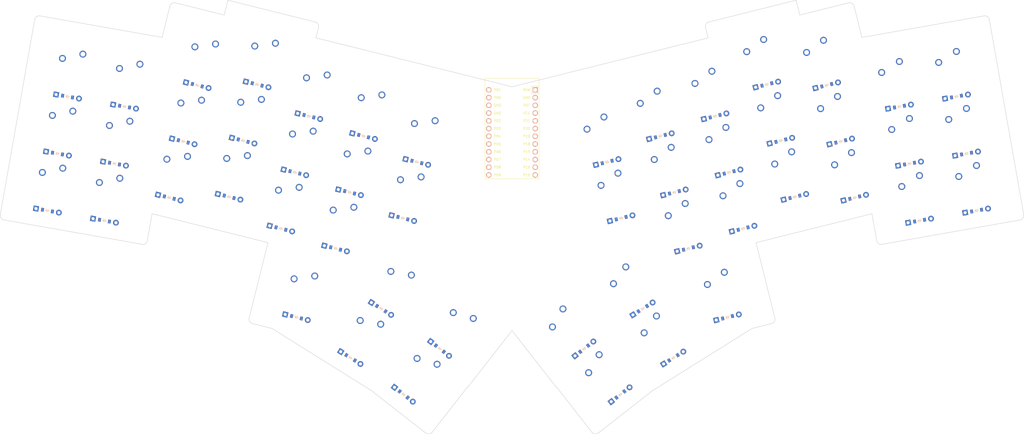
<source format=kicad_pcb>
(kicad_pcb (version 20171130) (host pcbnew 5.1.6)
  (title_block (title jackalope_unibody) (rev v1.0.0) (company Unknown))
  (layers (0 F.Cu signal) (31 B.Cu signal) (34 B.Paste user) (35 F.Paste user) (36 B.SilkS user) (37 F.SilkS user) (38 B.Mask user) (39 F.Mask user) (44 Edge.Cuts user))
  (net 0 "")
  (net 1 "outer_bottom")
  (net 2 "P1")
  (net 3 "P9")
  (net 4 "outer_home")
  (net 5 "P8")
  (net 6 "outer_top")
  (net 7 "P7")
  (net 8 "pinky_bottom")
  (net 9 "P0")
  (net 10 "pinky_home")
  (net 11 "pinky_top")
  (net 12 "ring_bottom")
  (net 13 "P2")
  (net 14 "ring_home")
  (net 15 "ring_top")
  (net 16 "middle_bottom")
  (net 17 "P3")
  (net 18 "middle_home")
  (net 19 "middle_top")
  (net 20 "index_bottom")
  (net 21 "P4")
  (net 22 "index_home")
  (net 23 "index_top")
  (net 24 "inner_bottom")
  (net 25 "P5")
  (net 26 "inner_home")
  (net 27 "inner_top")
  (net 28 "macro_home")
  (net 29 "P6")
  (net 30 "macro_top")
  (net 31 "inner_upper")
  (net 32 "P10")
  (net 33 "home_upper")
  (net 34 "outer_upper")
  (net 35 "home_lower")
  (net 36 "outer_lower")
  (net 37 "mirror_outer_bottom")
  (net 38 "P21")
  (net 39 "mirror_outer_home")
  (net 40 "mirror_outer_top")
  (net 41 "mirror_pinky_bottom")
  (net 42 "P20")
  (net 43 "mirror_pinky_home")
  (net 44 "mirror_pinky_top")
  (net 45 "mirror_ring_bottom")
  (net 46 "P19")
  (net 47 "mirror_ring_home")
  (net 48 "mirror_ring_top")
  (net 49 "mirror_middle_bottom")
  (net 50 "P18")
  (net 51 "mirror_middle_home")
  (net 52 "mirror_middle_top")
  (net 53 "mirror_index_bottom")
  (net 54 "P15")
  (net 55 "mirror_index_home")
  (net 56 "mirror_index_top")
  (net 57 "mirror_inner_bottom")
  (net 58 "P14")
  (net 59 "mirror_inner_home")
  (net 60 "mirror_inner_top")
  (net 61 "mirror_macro_home")
  (net 62 "P16")
  (net 63 "mirror_macro_top")
  (net 64 "mirror_inner_upper")
  (net 65 "mirror_home_upper")
  (net 66 "mirror_outer_upper")
  (net 67 "mirror_home_lower")
  (net 68 "mirror_outer_lower")
  (net 69 "RAW")
  (net 70 "GND")
  (net 71 "RST")
  (net 72 "VCC")
  (module MX (layer F.Cu) (at 0 0 -10)
    (fp_text reference "S1" hide)
    (fp_text value "" hide)
    (pad "" np_thru_hole circle (at 0 0) (size 3.9878 3.9878) (drill 3.9878) (layers *.Cu *.Mask))
    (pad "" np_thru_hole circle (at 5.08 0) (size 1.7018 1.7018) (drill 1.7018) (layers *.Cu *.Mask))
    (pad "" np_thru_hole circle (at -5.08 0) (size 1.7018 1.7018) (drill 1.7018) (layers *.Cu *.Mask))
    (pad 1 thru_hole circle (at 2.54 -5.08) (size 2.286 2.286) (drill 1.4986) (layers *.Cu *.Mask) (net 1 "outer_bottom"))
    (pad 2 thru_hole circle (at -3.81 -2.54) (size 2.286 2.286) (drill 1.4986) (layers *.Cu *.Mask) (net 2 "P1"))
  )
  (module ComboDiode (layer F.Cu) (at -1.6496577 9.3556737 -10)
    (fp_text reference "D1" hide)
    (fp_text value "" hide)
    (pad 1 smd rect (at -1.65 0 -10) (size 0.9 1.2) (layers F.Cu F.Paste F.Mask) (net 3 "P9"))
    (pad 2 smd rect (at 1.65 0 -10) (size 0.9 1.2) (layers B.Cu B.Paste B.Mask) (net 1 "outer_bottom"))
    (pad 1 smd rect (at -1.65 0 -10) (size 0.9 1.2) (layers B.Cu B.Paste B.Mask) (net 3 "P9"))
    (pad 2 smd rect (at 1.65 0 -10) (size 0.9 1.2) (layers F.Cu F.Paste F.Mask) (net 1 "outer_bottom"))
    (pad 1 thru_hole circle (at 3.81 0 -10) (size 1.905 1.905) (drill 0.9906) (layers *.Cu *.Mask) (net 1 "outer_bottom"))
    (pad 2 thru_hole rect (at -3.81 0 -10) (size 1.778 1.778) (drill 0.9906) (layers *.Cu *.Mask) (net 3 "P9"))
  )
  (module MX (layer F.Cu) (at 3.2993154 -18.7113473 -10)
    (fp_text reference "S2" hide)
    (fp_text value "" hide)
    (pad "" np_thru_hole circle (at 0 0) (size 3.9878 3.9878) (drill 3.9878) (layers *.Cu *.Mask))
    (pad "" np_thru_hole circle (at 5.08 0) (size 1.7018 1.7018) (drill 1.7018) (layers *.Cu *.Mask))
    (pad "" np_thru_hole circle (at -5.08 0) (size 1.7018 1.7018) (drill 1.7018) (layers *.Cu *.Mask))
    (pad 1 thru_hole circle (at 2.54 -5.08) (size 2.286 2.286) (drill 1.4986) (layers *.Cu *.Mask) (net 4 "outer_home"))
    (pad 2 thru_hole circle (at -3.81 -2.54) (size 2.286 2.286) (drill 1.4986) (layers *.Cu *.Mask) (net 2 "P1"))
  )
  (module ComboDiode (layer F.Cu) (at 1.6496577 -9.3556736 -10)
    (fp_text reference "D2" hide)
    (fp_text value "" hide)
    (pad 1 smd rect (at -1.65 0 -10) (size 0.9 1.2) (layers F.Cu F.Paste F.Mask) (net 5 "P8"))
    (pad 2 smd rect (at 1.65 0 -10) (size 0.9 1.2) (layers B.Cu B.Paste B.Mask) (net 4 "outer_home"))
    (pad 1 smd rect (at -1.65 0 -10) (size 0.9 1.2) (layers B.Cu B.Paste B.Mask) (net 5 "P8"))
    (pad 2 smd rect (at 1.65 0 -10) (size 0.9 1.2) (layers F.Cu F.Paste F.Mask) (net 4 "outer_home"))
    (pad 1 thru_hole circle (at 3.81 0 -10) (size 1.905 1.905) (drill 0.9906) (layers *.Cu *.Mask) (net 4 "outer_home"))
    (pad 2 thru_hole rect (at -3.81 0 -10) (size 1.778 1.778) (drill 0.9906) (layers *.Cu *.Mask) (net 5 "P8"))
  )
  (module MX (layer F.Cu) (at 6.5986308 -37.4226946 -10)
    (fp_text reference "S3" hide)
    (fp_text value "" hide)
    (pad "" np_thru_hole circle (at 0 0) (size 3.9878 3.9878) (drill 3.9878) (layers *.Cu *.Mask))
    (pad "" np_thru_hole circle (at 5.08 0) (size 1.7018 1.7018) (drill 1.7018) (layers *.Cu *.Mask))
    (pad "" np_thru_hole circle (at -5.08 0) (size 1.7018 1.7018) (drill 1.7018) (layers *.Cu *.Mask))
    (pad 1 thru_hole circle (at 2.54 -5.08) (size 2.286 2.286) (drill 1.4986) (layers *.Cu *.Mask) (net 6 "outer_top"))
    (pad 2 thru_hole circle (at -3.81 -2.54) (size 2.286 2.286) (drill 1.4986) (layers *.Cu *.Mask) (net 2 "P1"))
  )
  (module ComboDiode (layer F.Cu) (at 4.9489731 -28.0670209 -10)
    (fp_text reference "D3" hide)
    (fp_text value "" hide)
    (pad 1 smd rect (at -1.65 0 -10) (size 0.9 1.2) (layers F.Cu F.Paste F.Mask) (net 7 "P7"))
    (pad 2 smd rect (at 1.65 0 -10) (size 0.9 1.2) (layers B.Cu B.Paste B.Mask) (net 6 "outer_top"))
    (pad 1 smd rect (at -1.65 0 -10) (size 0.9 1.2) (layers B.Cu B.Paste B.Mask) (net 7 "P7"))
    (pad 2 smd rect (at 1.65 0 -10) (size 0.9 1.2) (layers F.Cu F.Paste F.Mask) (net 6 "outer_top"))
    (pad 1 thru_hole circle (at 3.81 0 -10) (size 1.905 1.905) (drill 0.9906) (layers *.Cu *.Mask) (net 6 "outer_top"))
    (pad 2 thru_hole rect (at -3.81 0 -10) (size 1.778 1.778) (drill 0.9906) (layers *.Cu *.Mask) (net 7 "P7"))
  )
  (module MX (layer F.Cu) (at 18.7113473 3.2993154 -10)
    (fp_text reference "S4" hide)
    (fp_text value "" hide)
    (pad "" np_thru_hole circle (at 0 0) (size 3.9878 3.9878) (drill 3.9878) (layers *.Cu *.Mask))
    (pad "" np_thru_hole circle (at 5.08 0) (size 1.7018 1.7018) (drill 1.7018) (layers *.Cu *.Mask))
    (pad "" np_thru_hole circle (at -5.08 0) (size 1.7018 1.7018) (drill 1.7018) (layers *.Cu *.Mask))
    (pad 1 thru_hole circle (at 2.54 -5.08) (size 2.286 2.286) (drill 1.4986) (layers *.Cu *.Mask) (net 8 "pinky_bottom"))
    (pad 2 thru_hole circle (at -3.81 -2.54) (size 2.286 2.286) (drill 1.4986) (layers *.Cu *.Mask) (net 9 "P0"))
  )
  (module ComboDiode (layer F.Cu) (at 17.0616896 12.6549891 -10)
    (fp_text reference "D4" hide)
    (fp_text value "" hide)
    (pad 1 smd rect (at -1.65 0 -10) (size 0.9 1.2) (layers F.Cu F.Paste F.Mask) (net 3 "P9"))
    (pad 2 smd rect (at 1.65 0 -10) (size 0.9 1.2) (layers B.Cu B.Paste B.Mask) (net 8 "pinky_bottom"))
    (pad 1 smd rect (at -1.65 0 -10) (size 0.9 1.2) (layers B.Cu B.Paste B.Mask) (net 3 "P9"))
    (pad 2 smd rect (at 1.65 0 -10) (size 0.9 1.2) (layers F.Cu F.Paste F.Mask) (net 8 "pinky_bottom"))
    (pad 1 thru_hole circle (at 3.81 0 -10) (size 1.905 1.905) (drill 0.9906) (layers *.Cu *.Mask) (net 8 "pinky_bottom"))
    (pad 2 thru_hole rect (at -3.81 0 -10) (size 1.778 1.778) (drill 0.9906) (layers *.Cu *.Mask) (net 3 "P9"))
  )
  (module MX (layer F.Cu) (at 22.0106627 -15.4120319 -10)
    (fp_text reference "S5" hide)
    (fp_text value "" hide)
    (pad "" np_thru_hole circle (at 0 0) (size 3.9878 3.9878) (drill 3.9878) (layers *.Cu *.Mask))
    (pad "" np_thru_hole circle (at 5.08 0) (size 1.7018 1.7018) (drill 1.7018) (layers *.Cu *.Mask))
    (pad "" np_thru_hole circle (at -5.08 0) (size 1.7018 1.7018) (drill 1.7018) (layers *.Cu *.Mask))
    (pad 1 thru_hole circle (at 2.54 -5.08) (size 2.286 2.286) (drill 1.4986) (layers *.Cu *.Mask) (net 10 "pinky_home"))
    (pad 2 thru_hole circle (at -3.81 -2.54) (size 2.286 2.286) (drill 1.4986) (layers *.Cu *.Mask) (net 9 "P0"))
  )
  (module ComboDiode (layer F.Cu) (at 20.361005000000002 -6.0563582 -10)
    (fp_text reference "D5" hide)
    (fp_text value "" hide)
    (pad 1 smd rect (at -1.65 0 -10) (size 0.9 1.2) (layers F.Cu F.Paste F.Mask) (net 5 "P8"))
    (pad 2 smd rect (at 1.65 0 -10) (size 0.9 1.2) (layers B.Cu B.Paste B.Mask) (net 10 "pinky_home"))
    (pad 1 smd rect (at -1.65 0 -10) (size 0.9 1.2) (layers B.Cu B.Paste B.Mask) (net 5 "P8"))
    (pad 2 smd rect (at 1.65 0 -10) (size 0.9 1.2) (layers F.Cu F.Paste F.Mask) (net 10 "pinky_home"))
    (pad 1 thru_hole circle (at 3.81 0 -10) (size 1.905 1.905) (drill 0.9906) (layers *.Cu *.Mask) (net 10 "pinky_home"))
    (pad 2 thru_hole rect (at -3.81 0 -10) (size 1.778 1.778) (drill 0.9906) (layers *.Cu *.Mask) (net 5 "P8"))
  )
  (module MX (layer F.Cu) (at 25.309978 -34.1233792 -10)
    (fp_text reference "S6" hide)
    (fp_text value "" hide)
    (pad "" np_thru_hole circle (at 0 0) (size 3.9878 3.9878) (drill 3.9878) (layers *.Cu *.Mask))
    (pad "" np_thru_hole circle (at 5.08 0) (size 1.7018 1.7018) (drill 1.7018) (layers *.Cu *.Mask))
    (pad "" np_thru_hole circle (at -5.08 0) (size 1.7018 1.7018) (drill 1.7018) (layers *.Cu *.Mask))
    (pad 1 thru_hole circle (at 2.54 -5.08) (size 2.286 2.286) (drill 1.4986) (layers *.Cu *.Mask) (net 11 "pinky_top"))
    (pad 2 thru_hole circle (at -3.81 -2.54) (size 2.286 2.286) (drill 1.4986) (layers *.Cu *.Mask) (net 9 "P0"))
  )
  (module ComboDiode (layer F.Cu) (at 23.660320300000002 -24.7677055 -10)
    (fp_text reference "D6" hide)
    (fp_text value "" hide)
    (pad 1 smd rect (at -1.65 0 -10) (size 0.9 1.2) (layers F.Cu F.Paste F.Mask) (net 7 "P7"))
    (pad 2 smd rect (at 1.65 0 -10) (size 0.9 1.2) (layers B.Cu B.Paste B.Mask) (net 11 "pinky_top"))
    (pad 1 smd rect (at -1.65 0 -10) (size 0.9 1.2) (layers B.Cu B.Paste B.Mask) (net 7 "P7"))
    (pad 2 smd rect (at 1.65 0 -10) (size 0.9 1.2) (layers F.Cu F.Paste F.Mask) (net 11 "pinky_top"))
    (pad 1 thru_hole circle (at 3.81 0 -10) (size 1.905 1.905) (drill 0.9906) (layers *.Cu *.Mask) (net 11 "pinky_top"))
    (pad 2 thru_hole rect (at -3.81 0 -10) (size 1.778 1.778) (drill 0.9906) (layers *.Cu *.Mask) (net 7 "P7"))
  )
  (module MX (layer F.Cu) (at 40.6295291 -4.1240491 -14)
    (fp_text reference "S7" hide)
    (fp_text value "" hide)
    (pad "" np_thru_hole circle (at 0 0) (size 3.9878 3.9878) (drill 3.9878) (layers *.Cu *.Mask))
    (pad "" np_thru_hole circle (at 5.08 0) (size 1.7018 1.7018) (drill 1.7018) (layers *.Cu *.Mask))
    (pad "" np_thru_hole circle (at -5.08 0) (size 1.7018 1.7018) (drill 1.7018) (layers *.Cu *.Mask))
    (pad 1 thru_hole circle (at 2.54 -5.08) (size 2.286 2.286) (drill 1.4986) (layers *.Cu *.Mask) (net 12 "ring_bottom"))
    (pad 2 thru_hole circle (at -3.81 -2.54) (size 2.286 2.286) (drill 1.4986) (layers *.Cu *.Mask) (net 13 "P2"))
  )
  (module ComboDiode (layer F.Cu) (at 38.3312711 5.0937603000000005 -14)
    (fp_text reference "D7" hide)
    (fp_text value "" hide)
    (pad 1 smd rect (at -1.65 0 -14) (size 0.9 1.2) (layers F.Cu F.Paste F.Mask) (net 3 "P9"))
    (pad 2 smd rect (at 1.65 0 -14) (size 0.9 1.2) (layers B.Cu B.Paste B.Mask) (net 12 "ring_bottom"))
    (pad 1 smd rect (at -1.65 0 -14) (size 0.9 1.2) (layers B.Cu B.Paste B.Mask) (net 3 "P9"))
    (pad 2 smd rect (at 1.65 0 -14) (size 0.9 1.2) (layers F.Cu F.Paste F.Mask) (net 12 "ring_bottom"))
    (pad 1 thru_hole circle (at 3.81 0 -14) (size 1.905 1.905) (drill 0.9906) (layers *.Cu *.Mask) (net 12 "ring_bottom"))
    (pad 2 thru_hole rect (at -3.81 0 -14) (size 1.778 1.778) (drill 0.9906) (layers *.Cu *.Mask) (net 3 "P9"))
  )
  (module MX (layer F.Cu) (at 45.226045 -22.559668 -14)
    (fp_text reference "S8" hide)
    (fp_text value "" hide)
    (pad "" np_thru_hole circle (at 0 0) (size 3.9878 3.9878) (drill 3.9878) (layers *.Cu *.Mask))
    (pad "" np_thru_hole circle (at 5.08 0) (size 1.7018 1.7018) (drill 1.7018) (layers *.Cu *.Mask))
    (pad "" np_thru_hole circle (at -5.08 0) (size 1.7018 1.7018) (drill 1.7018) (layers *.Cu *.Mask))
    (pad 1 thru_hole circle (at 2.54 -5.08) (size 2.286 2.286) (drill 1.4986) (layers *.Cu *.Mask) (net 14 "ring_home"))
    (pad 2 thru_hole circle (at -3.81 -2.54) (size 2.286 2.286) (drill 1.4986) (layers *.Cu *.Mask) (net 13 "P2"))
  )
  (module ComboDiode (layer F.Cu) (at 42.927787 -13.341858599999998 -14)
    (fp_text reference "D8" hide)
    (fp_text value "" hide)
    (pad 1 smd rect (at -1.65 0 -14) (size 0.9 1.2) (layers F.Cu F.Paste F.Mask) (net 5 "P8"))
    (pad 2 smd rect (at 1.65 0 -14) (size 0.9 1.2) (layers B.Cu B.Paste B.Mask) (net 14 "ring_home"))
    (pad 1 smd rect (at -1.65 0 -14) (size 0.9 1.2) (layers B.Cu B.Paste B.Mask) (net 5 "P8"))
    (pad 2 smd rect (at 1.65 0 -14) (size 0.9 1.2) (layers F.Cu F.Paste F.Mask) (net 14 "ring_home"))
    (pad 1 thru_hole circle (at 3.81 0 -14) (size 1.905 1.905) (drill 0.9906) (layers *.Cu *.Mask) (net 14 "ring_home"))
    (pad 2 thru_hole rect (at -3.81 0 -14) (size 1.778 1.778) (drill 0.9906) (layers *.Cu *.Mask) (net 5 "P8"))
  )
  (module MX (layer F.Cu) (at 49.8225611 -40.9952867 -14)
    (fp_text reference "S9" hide)
    (fp_text value "" hide)
    (pad "" np_thru_hole circle (at 0 0) (size 3.9878 3.9878) (drill 3.9878) (layers *.Cu *.Mask))
    (pad "" np_thru_hole circle (at 5.08 0) (size 1.7018 1.7018) (drill 1.7018) (layers *.Cu *.Mask))
    (pad "" np_thru_hole circle (at -5.08 0) (size 1.7018 1.7018) (drill 1.7018) (layers *.Cu *.Mask))
    (pad 1 thru_hole circle (at 2.54 -5.08) (size 2.286 2.286) (drill 1.4986) (layers *.Cu *.Mask) (net 15 "ring_top"))
    (pad 2 thru_hole circle (at -3.81 -2.54) (size 2.286 2.286) (drill 1.4986) (layers *.Cu *.Mask) (net 13 "P2"))
  )
  (module ComboDiode (layer F.Cu) (at 47.524303100000004 -31.7774773 -14)
    (fp_text reference "D9" hide)
    (fp_text value "" hide)
    (pad 1 smd rect (at -1.65 0 -14) (size 0.9 1.2) (layers F.Cu F.Paste F.Mask) (net 7 "P7"))
    (pad 2 smd rect (at 1.65 0 -14) (size 0.9 1.2) (layers B.Cu B.Paste B.Mask) (net 15 "ring_top"))
    (pad 1 smd rect (at -1.65 0 -14) (size 0.9 1.2) (layers B.Cu B.Paste B.Mask) (net 7 "P7"))
    (pad 2 smd rect (at 1.65 0 -14) (size 0.9 1.2) (layers F.Cu F.Paste F.Mask) (net 15 "ring_top"))
    (pad 1 thru_hole circle (at 3.81 0 -14) (size 1.905 1.905) (drill 0.9906) (layers *.Cu *.Mask) (net 15 "ring_top"))
    (pad 2 thru_hole rect (at -3.81 0 -14) (size 1.778 1.778) (drill 0.9906) (layers *.Cu *.Mask) (net 7 "P7"))
  )
  (module MX (layer F.Cu) (at 60.2747574 -4.3790118 -14)
    (fp_text reference "S10" hide)
    (fp_text value "" hide)
    (pad "" np_thru_hole circle (at 0 0) (size 3.9878 3.9878) (drill 3.9878) (layers *.Cu *.Mask))
    (pad "" np_thru_hole circle (at 5.08 0) (size 1.7018 1.7018) (drill 1.7018) (layers *.Cu *.Mask))
    (pad "" np_thru_hole circle (at -5.08 0) (size 1.7018 1.7018) (drill 1.7018) (layers *.Cu *.Mask))
    (pad 1 thru_hole circle (at 2.54 -5.08) (size 2.286 2.286) (drill 1.4986) (layers *.Cu *.Mask) (net 16 "middle_bottom"))
    (pad 2 thru_hole circle (at -3.81 -2.54) (size 2.286 2.286) (drill 1.4986) (layers *.Cu *.Mask) (net 17 "P3"))
  )
  (module ComboDiode (layer F.Cu) (at 57.9764994 4.8387976 -14)
    (fp_text reference "D10" hide)
    (fp_text value "" hide)
    (pad 1 smd rect (at -1.65 0 -14) (size 0.9 1.2) (layers F.Cu F.Paste F.Mask) (net 3 "P9"))
    (pad 2 smd rect (at 1.65 0 -14) (size 0.9 1.2) (layers B.Cu B.Paste B.Mask) (net 16 "middle_bottom"))
    (pad 1 smd rect (at -1.65 0 -14) (size 0.9 1.2) (layers B.Cu B.Paste B.Mask) (net 3 "P9"))
    (pad 2 smd rect (at 1.65 0 -14) (size 0.9 1.2) (layers F.Cu F.Paste F.Mask) (net 16 "middle_bottom"))
    (pad 1 thru_hole circle (at 3.81 0 -14) (size 1.905 1.905) (drill 0.9906) (layers *.Cu *.Mask) (net 16 "middle_bottom"))
    (pad 2 thru_hole rect (at -3.81 0 -14) (size 1.778 1.778) (drill 0.9906) (layers *.Cu *.Mask) (net 3 "P9"))
  )
  (module MX (layer F.Cu) (at 64.8712734 -22.8146305 -14)
    (fp_text reference "S11" hide)
    (fp_text value "" hide)
    (pad "" np_thru_hole circle (at 0 0) (size 3.9878 3.9878) (drill 3.9878) (layers *.Cu *.Mask))
    (pad "" np_thru_hole circle (at 5.08 0) (size 1.7018 1.7018) (drill 1.7018) (layers *.Cu *.Mask))
    (pad "" np_thru_hole circle (at -5.08 0) (size 1.7018 1.7018) (drill 1.7018) (layers *.Cu *.Mask))
    (pad 1 thru_hole circle (at 2.54 -5.08) (size 2.286 2.286) (drill 1.4986) (layers *.Cu *.Mask) (net 18 "middle_home"))
    (pad 2 thru_hole circle (at -3.81 -2.54) (size 2.286 2.286) (drill 1.4986) (layers *.Cu *.Mask) (net 17 "P3"))
  )
  (module ComboDiode (layer F.Cu) (at 62.57301540000001 -13.5968211 -14)
    (fp_text reference "D11" hide)
    (fp_text value "" hide)
    (pad 1 smd rect (at -1.65 0 -14) (size 0.9 1.2) (layers F.Cu F.Paste F.Mask) (net 5 "P8"))
    (pad 2 smd rect (at 1.65 0 -14) (size 0.9 1.2) (layers B.Cu B.Paste B.Mask) (net 18 "middle_home"))
    (pad 1 smd rect (at -1.65 0 -14) (size 0.9 1.2) (layers B.Cu B.Paste B.Mask) (net 5 "P8"))
    (pad 2 smd rect (at 1.65 0 -14) (size 0.9 1.2) (layers F.Cu F.Paste F.Mask) (net 18 "middle_home"))
    (pad 1 thru_hole circle (at 3.81 0 -14) (size 1.905 1.905) (drill 0.9906) (layers *.Cu *.Mask) (net 18 "middle_home"))
    (pad 2 thru_hole rect (at -3.81 0 -14) (size 1.778 1.778) (drill 0.9906) (layers *.Cu *.Mask) (net 5 "P8"))
  )
  (module MX (layer F.Cu) (at 69.4677894 -41.2502494 -14)
    (fp_text reference "S12" hide)
    (fp_text value "" hide)
    (pad "" np_thru_hole circle (at 0 0) (size 3.9878 3.9878) (drill 3.9878) (layers *.Cu *.Mask))
    (pad "" np_thru_hole circle (at 5.08 0) (size 1.7018 1.7018) (drill 1.7018) (layers *.Cu *.Mask))
    (pad "" np_thru_hole circle (at -5.08 0) (size 1.7018 1.7018) (drill 1.7018) (layers *.Cu *.Mask))
    (pad 1 thru_hole circle (at 2.54 -5.08) (size 2.286 2.286) (drill 1.4986) (layers *.Cu *.Mask) (net 19 "middle_top"))
    (pad 2 thru_hole circle (at -3.81 -2.54) (size 2.286 2.286) (drill 1.4986) (layers *.Cu *.Mask) (net 17 "P3"))
  )
  (module ComboDiode (layer F.Cu) (at 67.1695314 -32.03244 -14)
    (fp_text reference "D12" hide)
    (fp_text value "" hide)
    (pad 1 smd rect (at -1.65 0 -14) (size 0.9 1.2) (layers F.Cu F.Paste F.Mask) (net 7 "P7"))
    (pad 2 smd rect (at 1.65 0 -14) (size 0.9 1.2) (layers B.Cu B.Paste B.Mask) (net 19 "middle_top"))
    (pad 1 smd rect (at -1.65 0 -14) (size 0.9 1.2) (layers B.Cu B.Paste B.Mask) (net 7 "P7"))
    (pad 2 smd rect (at 1.65 0 -14) (size 0.9 1.2) (layers F.Cu F.Paste F.Mask) (net 19 "middle_top"))
    (pad 1 thru_hole circle (at 3.81 0 -14) (size 1.905 1.905) (drill 0.9906) (layers *.Cu *.Mask) (net 19 "middle_top"))
    (pad 2 thru_hole rect (at -3.81 0 -14) (size 1.778 1.778) (drill 0.9906) (layers *.Cu *.Mask) (net 7 "P7"))
  )
  (module MX (layer F.Cu) (at 77.2588448 6.0392787 -14)
    (fp_text reference "S13" hide)
    (fp_text value "" hide)
    (pad "" np_thru_hole circle (at 0 0) (size 3.9878 3.9878) (drill 3.9878) (layers *.Cu *.Mask))
    (pad "" np_thru_hole circle (at 5.08 0) (size 1.7018 1.7018) (drill 1.7018) (layers *.Cu *.Mask))
    (pad "" np_thru_hole circle (at -5.08 0) (size 1.7018 1.7018) (drill 1.7018) (layers *.Cu *.Mask))
    (pad 1 thru_hole circle (at 2.54 -5.08) (size 2.286 2.286) (drill 1.4986) (layers *.Cu *.Mask) (net 20 "index_bottom"))
    (pad 2 thru_hole circle (at -3.81 -2.54) (size 2.286 2.286) (drill 1.4986) (layers *.Cu *.Mask) (net 21 "P4"))
  )
  (module ComboDiode (layer F.Cu) (at 74.9605868 15.2570881 -14)
    (fp_text reference "D13" hide)
    (fp_text value "" hide)
    (pad 1 smd rect (at -1.65 0 -14) (size 0.9 1.2) (layers F.Cu F.Paste F.Mask) (net 3 "P9"))
    (pad 2 smd rect (at 1.65 0 -14) (size 0.9 1.2) (layers B.Cu B.Paste B.Mask) (net 20 "index_bottom"))
    (pad 1 smd rect (at -1.65 0 -14) (size 0.9 1.2) (layers B.Cu B.Paste B.Mask) (net 3 "P9"))
    (pad 2 smd rect (at 1.65 0 -14) (size 0.9 1.2) (layers F.Cu F.Paste F.Mask) (net 20 "index_bottom"))
    (pad 1 thru_hole circle (at 3.81 0 -14) (size 1.905 1.905) (drill 0.9906) (layers *.Cu *.Mask) (net 20 "index_bottom"))
    (pad 2 thru_hole rect (at -3.81 0 -14) (size 1.778 1.778) (drill 0.9906) (layers *.Cu *.Mask) (net 3 "P9"))
  )
  (module MX (layer F.Cu) (at 81.8553608 -12.3963402 -14)
    (fp_text reference "S14" hide)
    (fp_text value "" hide)
    (pad "" np_thru_hole circle (at 0 0) (size 3.9878 3.9878) (drill 3.9878) (layers *.Cu *.Mask))
    (pad "" np_thru_hole circle (at 5.08 0) (size 1.7018 1.7018) (drill 1.7018) (layers *.Cu *.Mask))
    (pad "" np_thru_hole circle (at -5.08 0) (size 1.7018 1.7018) (drill 1.7018) (layers *.Cu *.Mask))
    (pad 1 thru_hole circle (at 2.54 -5.08) (size 2.286 2.286) (drill 1.4986) (layers *.Cu *.Mask) (net 22 "index_home"))
    (pad 2 thru_hole circle (at -3.81 -2.54) (size 2.286 2.286) (drill 1.4986) (layers *.Cu *.Mask) (net 21 "P4"))
  )
  (module ComboDiode (layer F.Cu) (at 79.5571028 -3.178530799999999 -14)
    (fp_text reference "D14" hide)
    (fp_text value "" hide)
    (pad 1 smd rect (at -1.65 0 -14) (size 0.9 1.2) (layers F.Cu F.Paste F.Mask) (net 5 "P8"))
    (pad 2 smd rect (at 1.65 0 -14) (size 0.9 1.2) (layers B.Cu B.Paste B.Mask) (net 22 "index_home"))
    (pad 1 smd rect (at -1.65 0 -14) (size 0.9 1.2) (layers B.Cu B.Paste B.Mask) (net 5 "P8"))
    (pad 2 smd rect (at 1.65 0 -14) (size 0.9 1.2) (layers F.Cu F.Paste F.Mask) (net 22 "index_home"))
    (pad 1 thru_hole circle (at 3.81 0 -14) (size 1.905 1.905) (drill 0.9906) (layers *.Cu *.Mask) (net 22 "index_home"))
    (pad 2 thru_hole rect (at -3.81 0 -14) (size 1.778 1.778) (drill 0.9906) (layers *.Cu *.Mask) (net 5 "P8"))
  )
  (module MX (layer F.Cu) (at 86.4518769 -30.831959 -14)
    (fp_text reference "S15" hide)
    (fp_text value "" hide)
    (pad "" np_thru_hole circle (at 0 0) (size 3.9878 3.9878) (drill 3.9878) (layers *.Cu *.Mask))
    (pad "" np_thru_hole circle (at 5.08 0) (size 1.7018 1.7018) (drill 1.7018) (layers *.Cu *.Mask))
    (pad "" np_thru_hole circle (at -5.08 0) (size 1.7018 1.7018) (drill 1.7018) (layers *.Cu *.Mask))
    (pad 1 thru_hole circle (at 2.54 -5.08) (size 2.286 2.286) (drill 1.4986) (layers *.Cu *.Mask) (net 23 "index_top"))
    (pad 2 thru_hole circle (at -3.81 -2.54) (size 2.286 2.286) (drill 1.4986) (layers *.Cu *.Mask) (net 21 "P4"))
  )
  (module ComboDiode (layer F.Cu) (at 84.1536189 -21.6141496 -14)
    (fp_text reference "D15" hide)
    (fp_text value "" hide)
    (pad 1 smd rect (at -1.65 0 -14) (size 0.9 1.2) (layers F.Cu F.Paste F.Mask) (net 7 "P7"))
    (pad 2 smd rect (at 1.65 0 -14) (size 0.9 1.2) (layers B.Cu B.Paste B.Mask) (net 23 "index_top"))
    (pad 1 smd rect (at -1.65 0 -14) (size 0.9 1.2) (layers B.Cu B.Paste B.Mask) (net 7 "P7"))
    (pad 2 smd rect (at 1.65 0 -14) (size 0.9 1.2) (layers F.Cu F.Paste F.Mask) (net 23 "index_top"))
    (pad 1 thru_hole circle (at 3.81 0 -14) (size 1.905 1.905) (drill 0.9906) (layers *.Cu *.Mask) (net 23 "index_top"))
    (pad 2 thru_hole rect (at -3.81 0 -14) (size 1.778 1.778) (drill 0.9906) (layers *.Cu *.Mask) (net 7 "P7"))
  )
  (module MX (layer F.Cu) (at 95.2106197 12.5763862 -14)
    (fp_text reference "S16" hide)
    (fp_text value "" hide)
    (pad "" np_thru_hole circle (at 0 0) (size 3.9878 3.9878) (drill 3.9878) (layers *.Cu *.Mask))
    (pad "" np_thru_hole circle (at 5.08 0) (size 1.7018 1.7018) (drill 1.7018) (layers *.Cu *.Mask))
    (pad "" np_thru_hole circle (at -5.08 0) (size 1.7018 1.7018) (drill 1.7018) (layers *.Cu *.Mask))
    (pad 1 thru_hole circle (at 2.54 -5.08) (size 2.286 2.286) (drill 1.4986) (layers *.Cu *.Mask) (net 24 "inner_bottom"))
    (pad 2 thru_hole circle (at -3.81 -2.54) (size 2.286 2.286) (drill 1.4986) (layers *.Cu *.Mask) (net 25 "P5"))
  )
  (module ComboDiode (layer F.Cu) (at 92.91236169999999 21.794195600000002 -14)
    (fp_text reference "D16" hide)
    (fp_text value "" hide)
    (pad 1 smd rect (at -1.65 0 -14) (size 0.9 1.2) (layers F.Cu F.Paste F.Mask) (net 3 "P9"))
    (pad 2 smd rect (at 1.65 0 -14) (size 0.9 1.2) (layers B.Cu B.Paste B.Mask) (net 24 "inner_bottom"))
    (pad 1 smd rect (at -1.65 0 -14) (size 0.9 1.2) (layers B.Cu B.Paste B.Mask) (net 3 "P9"))
    (pad 2 smd rect (at 1.65 0 -14) (size 0.9 1.2) (layers F.Cu F.Paste F.Mask) (net 24 "inner_bottom"))
    (pad 1 thru_hole circle (at 3.81 0 -14) (size 1.905 1.905) (drill 0.9906) (layers *.Cu *.Mask) (net 24 "inner_bottom"))
    (pad 2 thru_hole rect (at -3.81 0 -14) (size 1.778 1.778) (drill 0.9906) (layers *.Cu *.Mask) (net 3 "P9"))
  )
  (module MX (layer F.Cu) (at 99.8071358 -5.8592327 -14)
    (fp_text reference "S17" hide)
    (fp_text value "" hide)
    (pad "" np_thru_hole circle (at 0 0) (size 3.9878 3.9878) (drill 3.9878) (layers *.Cu *.Mask))
    (pad "" np_thru_hole circle (at 5.08 0) (size 1.7018 1.7018) (drill 1.7018) (layers *.Cu *.Mask))
    (pad "" np_thru_hole circle (at -5.08 0) (size 1.7018 1.7018) (drill 1.7018) (layers *.Cu *.Mask))
    (pad 1 thru_hole circle (at 2.54 -5.08) (size 2.286 2.286) (drill 1.4986) (layers *.Cu *.Mask) (net 26 "inner_home"))
    (pad 2 thru_hole circle (at -3.81 -2.54) (size 2.286 2.286) (drill 1.4986) (layers *.Cu *.Mask) (net 25 "P5"))
  )
  (module ComboDiode (layer F.Cu) (at 97.5088778 3.3585767000000004 -14)
    (fp_text reference "D17" hide)
    (fp_text value "" hide)
    (pad 1 smd rect (at -1.65 0 -14) (size 0.9 1.2) (layers F.Cu F.Paste F.Mask) (net 5 "P8"))
    (pad 2 smd rect (at 1.65 0 -14) (size 0.9 1.2) (layers B.Cu B.Paste B.Mask) (net 26 "inner_home"))
    (pad 1 smd rect (at -1.65 0 -14) (size 0.9 1.2) (layers B.Cu B.Paste B.Mask) (net 5 "P8"))
    (pad 2 smd rect (at 1.65 0 -14) (size 0.9 1.2) (layers F.Cu F.Paste F.Mask) (net 26 "inner_home"))
    (pad 1 thru_hole circle (at 3.81 0 -14) (size 1.905 1.905) (drill 0.9906) (layers *.Cu *.Mask) (net 26 "inner_home"))
    (pad 2 thru_hole rect (at -3.81 0 -14) (size 1.778 1.778) (drill 0.9906) (layers *.Cu *.Mask) (net 5 "P8"))
  )
  (module MX (layer F.Cu) (at 104.4036518 -24.2948515 -14)
    (fp_text reference "S18" hide)
    (fp_text value "" hide)
    (pad "" np_thru_hole circle (at 0 0) (size 3.9878 3.9878) (drill 3.9878) (layers *.Cu *.Mask))
    (pad "" np_thru_hole circle (at 5.08 0) (size 1.7018 1.7018) (drill 1.7018) (layers *.Cu *.Mask))
    (pad "" np_thru_hole circle (at -5.08 0) (size 1.7018 1.7018) (drill 1.7018) (layers *.Cu *.Mask))
    (pad 1 thru_hole circle (at 2.54 -5.08) (size 2.286 2.286) (drill 1.4986) (layers *.Cu *.Mask) (net 27 "inner_top"))
    (pad 2 thru_hole circle (at -3.81 -2.54) (size 2.286 2.286) (drill 1.4986) (layers *.Cu *.Mask) (net 25 "P5"))
  )
  (module ComboDiode (layer F.Cu) (at 102.1053938 -15.0770421 -14)
    (fp_text reference "D18" hide)
    (fp_text value "" hide)
    (pad 1 smd rect (at -1.65 0 -14) (size 0.9 1.2) (layers F.Cu F.Paste F.Mask) (net 7 "P7"))
    (pad 2 smd rect (at 1.65 0 -14) (size 0.9 1.2) (layers B.Cu B.Paste B.Mask) (net 27 "inner_top"))
    (pad 1 smd rect (at -1.65 0 -14) (size 0.9 1.2) (layers B.Cu B.Paste B.Mask) (net 7 "P7"))
    (pad 2 smd rect (at 1.65 0 -14) (size 0.9 1.2) (layers F.Cu F.Paste F.Mask) (net 27 "inner_top"))
    (pad 1 thru_hole circle (at 3.81 0 -14) (size 1.905 1.905) (drill 0.9906) (layers *.Cu *.Mask) (net 27 "inner_top"))
    (pad 2 thru_hole rect (at -3.81 0 -14) (size 1.778 1.778) (drill 0.9906) (layers *.Cu *.Mask) (net 7 "P7"))
  )
  (module MX (layer F.Cu) (at 117.2750671 2.6184662 -14)
    (fp_text reference "S19" hide)
    (fp_text value "" hide)
    (pad "" np_thru_hole circle (at 0 0) (size 3.9878 3.9878) (drill 3.9878) (layers *.Cu *.Mask))
    (pad "" np_thru_hole circle (at 5.08 0) (size 1.7018 1.7018) (drill 1.7018) (layers *.Cu *.Mask))
    (pad "" np_thru_hole circle (at -5.08 0) (size 1.7018 1.7018) (drill 1.7018) (layers *.Cu *.Mask))
    (pad 1 thru_hole circle (at 2.54 -5.08) (size 2.286 2.286) (drill 1.4986) (layers *.Cu *.Mask) (net 28 "macro_home"))
    (pad 2 thru_hole circle (at -3.81 -2.54) (size 2.286 2.286) (drill 1.4986) (layers *.Cu *.Mask) (net 29 "P6"))
  )
  (module ComboDiode (layer F.Cu) (at 114.9768091 11.8362756 -14)
    (fp_text reference "D19" hide)
    (fp_text value "" hide)
    (pad 1 smd rect (at -1.65 0 -14) (size 0.9 1.2) (layers F.Cu F.Paste F.Mask) (net 5 "P8"))
    (pad 2 smd rect (at 1.65 0 -14) (size 0.9 1.2) (layers B.Cu B.Paste B.Mask) (net 28 "macro_home"))
    (pad 1 smd rect (at -1.65 0 -14) (size 0.9 1.2) (layers B.Cu B.Paste B.Mask) (net 5 "P8"))
    (pad 2 smd rect (at 1.65 0 -14) (size 0.9 1.2) (layers F.Cu F.Paste F.Mask) (net 28 "macro_home"))
    (pad 1 thru_hole circle (at 3.81 0 -14) (size 1.905 1.905) (drill 0.9906) (layers *.Cu *.Mask) (net 28 "macro_home"))
    (pad 2 thru_hole rect (at -3.81 0 -14) (size 1.778 1.778) (drill 0.9906) (layers *.Cu *.Mask) (net 5 "P8"))
  )
  (module MX (layer F.Cu) (at 121.871583 -15.8171527 -14)
    (fp_text reference "S20" hide)
    (fp_text value "" hide)
    (pad "" np_thru_hole circle (at 0 0) (size 3.9878 3.9878) (drill 3.9878) (layers *.Cu *.Mask))
    (pad "" np_thru_hole circle (at 5.08 0) (size 1.7018 1.7018) (drill 1.7018) (layers *.Cu *.Mask))
    (pad "" np_thru_hole circle (at -5.08 0) (size 1.7018 1.7018) (drill 1.7018) (layers *.Cu *.Mask))
    (pad 1 thru_hole circle (at 2.54 -5.08) (size 2.286 2.286) (drill 1.4986) (layers *.Cu *.Mask) (net 30 "macro_top"))
    (pad 2 thru_hole circle (at -3.81 -2.54) (size 2.286 2.286) (drill 1.4986) (layers *.Cu *.Mask) (net 29 "P6"))
  )
  (module ComboDiode (layer F.Cu) (at 119.573325 -6.599343299999999 -14)
    (fp_text reference "D20" hide)
    (fp_text value "" hide)
    (pad 1 smd rect (at -1.65 0 -14) (size 0.9 1.2) (layers F.Cu F.Paste F.Mask) (net 7 "P7"))
    (pad 2 smd rect (at 1.65 0 -14) (size 0.9 1.2) (layers B.Cu B.Paste B.Mask) (net 30 "macro_top"))
    (pad 1 smd rect (at -1.65 0 -14) (size 0.9 1.2) (layers B.Cu B.Paste B.Mask) (net 7 "P7"))
    (pad 2 smd rect (at 1.65 0 -14) (size 0.9 1.2) (layers F.Cu F.Paste F.Mask) (net 30 "macro_top"))
    (pad 1 thru_hole circle (at 3.81 0 -14) (size 1.905 1.905) (drill 0.9906) (layers *.Cu *.Mask) (net 30 "macro_top"))
    (pad 2 thru_hole rect (at -3.81 0 -14) (size 1.778 1.778) (drill 0.9906) (layers *.Cu *.Mask) (net 7 "P7"))
  )
  (module MX (layer F.Cu) (at 82.3705023 35.140326 -14)
    (fp_text reference "S21" hide)
    (fp_text value "" hide)
    (pad "" np_thru_hole circle (at 0 0) (size 3.9878 3.9878) (drill 3.9878) (layers *.Cu *.Mask))
    (pad "" np_thru_hole circle (at 5.08 0) (size 1.7018 1.7018) (drill 1.7018) (layers *.Cu *.Mask))
    (pad "" np_thru_hole circle (at -5.08 0) (size 1.7018 1.7018) (drill 1.7018) (layers *.Cu *.Mask))
    (pad 1 thru_hole circle (at 2.54 -5.08) (size 2.286 2.286) (drill 1.4986) (layers *.Cu *.Mask) (net 31 "inner_upper"))
    (pad 2 thru_hole circle (at -3.81 -2.54) (size 2.286 2.286) (drill 1.4986) (layers *.Cu *.Mask) (net 13 "P2"))
  )
  (module ComboDiode (layer F.Cu) (at 80.0722443 44.3581354 -14)
    (fp_text reference "D21" hide)
    (fp_text value "" hide)
    (pad 1 smd rect (at -1.65 0 -14) (size 0.9 1.2) (layers F.Cu F.Paste F.Mask) (net 32 "P10"))
    (pad 2 smd rect (at 1.65 0 -14) (size 0.9 1.2) (layers B.Cu B.Paste B.Mask) (net 31 "inner_upper"))
    (pad 1 smd rect (at -1.65 0 -14) (size 0.9 1.2) (layers B.Cu B.Paste B.Mask) (net 32 "P10"))
    (pad 2 smd rect (at 1.65 0 -14) (size 0.9 1.2) (layers F.Cu F.Paste F.Mask) (net 31 "inner_upper"))
    (pad 1 thru_hole circle (at 3.81 0 -14) (size 1.905 1.905) (drill 0.9906) (layers *.Cu *.Mask) (net 31 "inner_upper"))
    (pad 2 thru_hole rect (at -3.81 0 -14) (size 1.778 1.778) (drill 0.9906) (layers *.Cu *.Mask) (net 32 "P10"))
  )
  (module MX (layer F.Cu) (at 112.9289493 33.48388 -32)
    (fp_text reference "S22" hide)
    (fp_text value "" hide)
    (pad "" np_thru_hole circle (at 0 0) (size 3.9878 3.9878) (drill 3.9878) (layers *.Cu *.Mask))
    (pad "" np_thru_hole circle (at 5.08 0) (size 1.7018 1.7018) (drill 1.7018) (layers *.Cu *.Mask))
    (pad "" np_thru_hole circle (at -5.08 0) (size 1.7018 1.7018) (drill 1.7018) (layers *.Cu *.Mask))
    (pad 1 thru_hole circle (at 2.54 -5.08) (size 2.286 2.286) (drill 1.4986) (layers *.Cu *.Mask) (net 33 "home_upper"))
    (pad 2 thru_hole circle (at -3.81 -2.54) (size 2.286 2.286) (drill 1.4986) (layers *.Cu *.Mask) (net 17 "P3"))
  )
  (module ComboDiode (layer F.Cu) (at 107.8947163 41.5403369 -32)
    (fp_text reference "D22" hide)
    (fp_text value "" hide)
    (pad 1 smd rect (at -1.65 0 -32) (size 0.9 1.2) (layers F.Cu F.Paste F.Mask) (net 32 "P10"))
    (pad 2 smd rect (at 1.65 0 -32) (size 0.9 1.2) (layers B.Cu B.Paste B.Mask) (net 33 "home_upper"))
    (pad 1 smd rect (at -1.65 0 -32) (size 0.9 1.2) (layers B.Cu B.Paste B.Mask) (net 32 "P10"))
    (pad 2 smd rect (at 1.65 0 -32) (size 0.9 1.2) (layers F.Cu F.Paste F.Mask) (net 33 "home_upper"))
    (pad 1 thru_hole circle (at 3.81 0 -32) (size 1.905 1.905) (drill 0.9906) (layers *.Cu *.Mask) (net 33 "home_upper"))
    (pad 2 thru_hole rect (at -3.81 0 -32) (size 1.778 1.778) (drill 0.9906) (layers *.Cu *.Mask) (net 32 "P10"))
  )
  (module MX (layer F.Cu) (at 132.9641963 47.1824702 -38)
    (fp_text reference "S23" hide)
    (fp_text value "" hide)
    (pad "" np_thru_hole circle (at 0 0) (size 3.9878 3.9878) (drill 3.9878) (layers *.Cu *.Mask))
    (pad "" np_thru_hole circle (at 5.08 0) (size 1.7018 1.7018) (drill 1.7018) (layers *.Cu *.Mask))
    (pad "" np_thru_hole circle (at -5.08 0) (size 1.7018 1.7018) (drill 1.7018) (layers *.Cu *.Mask))
    (pad 1 thru_hole circle (at 2.54 -5.08) (size 2.286 2.286) (drill 1.4986) (layers *.Cu *.Mask) (net 34 "outer_upper"))
    (pad 2 thru_hole circle (at -3.81 -2.54) (size 2.286 2.286) (drill 1.4986) (layers *.Cu *.Mask) (net 25 "P5"))
  )
  (module ComboDiode (layer F.Cu) (at 127.1154123 54.668572399999995 -38)
    (fp_text reference "D23" hide)
    (fp_text value "" hide)
    (pad 1 smd rect (at -1.65 0 -38) (size 0.9 1.2) (layers F.Cu F.Paste F.Mask) (net 32 "P10"))
    (pad 2 smd rect (at 1.65 0 -38) (size 0.9 1.2) (layers B.Cu B.Paste B.Mask) (net 34 "outer_upper"))
    (pad 1 smd rect (at -1.65 0 -38) (size 0.9 1.2) (layers B.Cu B.Paste B.Mask) (net 32 "P10"))
    (pad 2 smd rect (at 1.65 0 -38) (size 0.9 1.2) (layers F.Cu F.Paste F.Mask) (net 34 "outer_upper"))
    (pad 1 thru_hole circle (at 3.81 0 -38) (size 1.905 1.905) (drill 0.9906) (layers *.Cu *.Mask) (net 34 "outer_upper"))
    (pad 2 thru_hole rect (at -3.81 0 -38) (size 1.778 1.778) (drill 0.9906) (layers *.Cu *.Mask) (net 32 "P10"))
  )
  (module MX (layer F.Cu) (at 102.8604833 49.5967938 -32)
    (fp_text reference "S24" hide)
    (fp_text value "" hide)
    (pad "" np_thru_hole circle (at 0 0) (size 3.9878 3.9878) (drill 3.9878) (layers *.Cu *.Mask))
    (pad "" np_thru_hole circle (at 5.08 0) (size 1.7018 1.7018) (drill 1.7018) (layers *.Cu *.Mask))
    (pad "" np_thru_hole circle (at -5.08 0) (size 1.7018 1.7018) (drill 1.7018) (layers *.Cu *.Mask))
    (pad 1 thru_hole circle (at 2.54 -5.08) (size 2.286 2.286) (drill 1.4986) (layers *.Cu *.Mask) (net 35 "home_lower"))
    (pad 2 thru_hole circle (at -3.81 -2.54) (size 2.286 2.286) (drill 1.4986) (layers *.Cu *.Mask) (net 21 "P4"))
  )
  (module ComboDiode (layer F.Cu) (at 97.8262503 57.6532507 -32)
    (fp_text reference "D24" hide)
    (fp_text value "" hide)
    (pad 1 smd rect (at -1.65 0 -32) (size 0.9 1.2) (layers F.Cu F.Paste F.Mask) (net 32 "P10"))
    (pad 2 smd rect (at 1.65 0 -32) (size 0.9 1.2) (layers B.Cu B.Paste B.Mask) (net 35 "home_lower"))
    (pad 1 smd rect (at -1.65 0 -32) (size 0.9 1.2) (layers B.Cu B.Paste B.Mask) (net 32 "P10"))
    (pad 2 smd rect (at 1.65 0 -32) (size 0.9 1.2) (layers F.Cu F.Paste F.Mask) (net 35 "home_lower"))
    (pad 1 thru_hole circle (at 3.81 0 -32) (size 1.905 1.905) (drill 0.9906) (layers *.Cu *.Mask) (net 35 "home_lower"))
    (pad 2 thru_hole rect (at -3.81 0 -32) (size 1.778 1.778) (drill 0.9906) (layers *.Cu *.Mask) (net 32 "P10"))
  )
  (module MX (layer F.Cu) (at 121.0828304 62.2124653 -38)
    (fp_text reference "S25" hide)
    (fp_text value "" hide)
    (pad "" np_thru_hole circle (at 0 0) (size 3.9878 3.9878) (drill 3.9878) (layers *.Cu *.Mask))
    (pad "" np_thru_hole circle (at 5.08 0) (size 1.7018 1.7018) (drill 1.7018) (layers *.Cu *.Mask))
    (pad "" np_thru_hole circle (at -5.08 0) (size 1.7018 1.7018) (drill 1.7018) (layers *.Cu *.Mask))
    (pad 1 thru_hole circle (at 2.54 -5.08) (size 2.286 2.286) (drill 1.4986) (layers *.Cu *.Mask) (net 36 "outer_lower"))
    (pad 2 thru_hole circle (at -3.81 -2.54) (size 2.286 2.286) (drill 1.4986) (layers *.Cu *.Mask) (net 29 "P6"))
  )
  (module ComboDiode (layer F.Cu) (at 115.23404640000001 69.6985675 -38)
    (fp_text reference "D25" hide)
    (fp_text value "" hide)
    (pad 1 smd rect (at -1.65 0 -38) (size 0.9 1.2) (layers F.Cu F.Paste F.Mask) (net 32 "P10"))
    (pad 2 smd rect (at 1.65 0 -38) (size 0.9 1.2) (layers B.Cu B.Paste B.Mask) (net 36 "outer_lower"))
    (pad 1 smd rect (at -1.65 0 -38) (size 0.9 1.2) (layers B.Cu B.Paste B.Mask) (net 32 "P10"))
    (pad 2 smd rect (at 1.65 0 -38) (size 0.9 1.2) (layers F.Cu F.Paste F.Mask) (net 36 "outer_lower"))
    (pad 1 thru_hole circle (at 3.81 0 -38) (size 1.905 1.905) (drill 0.9906) (layers *.Cu *.Mask) (net 36 "outer_lower"))
    (pad 2 thru_hole rect (at -3.81 0 -38) (size 1.778 1.778) (drill 0.9906) (layers *.Cu *.Mask) (net 32 "P10"))
  )
  (module MX (layer F.Cu) (at 301.5986308 0 10)
    (fp_text reference "S26" hide)
    (fp_text value "" hide)
    (pad "" np_thru_hole circle (at 0 0) (size 3.9878 3.9878) (drill 3.9878) (layers *.Cu *.Mask))
    (pad "" np_thru_hole circle (at 5.08 0) (size 1.7018 1.7018) (drill 1.7018) (layers *.Cu *.Mask))
    (pad "" np_thru_hole circle (at -5.08 0) (size 1.7018 1.7018) (drill 1.7018) (layers *.Cu *.Mask))
    (pad 1 thru_hole circle (at 2.54 -5.08) (size 2.286 2.286) (drill 1.4986) (layers *.Cu *.Mask) (net 37 "mirror_outer_bottom"))
    (pad 2 thru_hole circle (at -3.81 -2.54) (size 2.286 2.286) (drill 1.4986) (layers *.Cu *.Mask) (net 38 "P21"))
  )
  (module ComboDiode (layer F.Cu) (at 303.2482885 9.3556737 10)
    (fp_text reference "D26" hide)
    (fp_text value "" hide)
    (pad 1 smd rect (at -1.65 0 10) (size 0.9 1.2) (layers F.Cu F.Paste F.Mask) (net 3 "P9"))
    (pad 2 smd rect (at 1.65 0 10) (size 0.9 1.2) (layers B.Cu B.Paste B.Mask) (net 37 "mirror_outer_bottom"))
    (pad 1 smd rect (at -1.65 0 10) (size 0.9 1.2) (layers B.Cu B.Paste B.Mask) (net 3 "P9"))
    (pad 2 smd rect (at 1.65 0 10) (size 0.9 1.2) (layers F.Cu F.Paste F.Mask) (net 37 "mirror_outer_bottom"))
    (pad 1 thru_hole circle (at 3.81 0 10) (size 1.905 1.905) (drill 0.9906) (layers *.Cu *.Mask) (net 37 "mirror_outer_bottom"))
    (pad 2 thru_hole rect (at -3.81 0 10) (size 1.778 1.778) (drill 0.9906) (layers *.Cu *.Mask) (net 3 "P9"))
  )
  (module MX (layer F.Cu) (at 298.2993154 -18.7113473 10)
    (fp_text reference "S27" hide)
    (fp_text value "" hide)
    (pad "" np_thru_hole circle (at 0 0) (size 3.9878 3.9878) (drill 3.9878) (layers *.Cu *.Mask))
    (pad "" np_thru_hole circle (at 5.08 0) (size 1.7018 1.7018) (drill 1.7018) (layers *.Cu *.Mask))
    (pad "" np_thru_hole circle (at -5.08 0) (size 1.7018 1.7018) (drill 1.7018) (layers *.Cu *.Mask))
    (pad 1 thru_hole circle (at 2.54 -5.08) (size 2.286 2.286) (drill 1.4986) (layers *.Cu *.Mask) (net 39 "mirror_outer_home"))
    (pad 2 thru_hole circle (at -3.81 -2.54) (size 2.286 2.286) (drill 1.4986) (layers *.Cu *.Mask) (net 38 "P21"))
  )
  (module ComboDiode (layer F.Cu) (at 299.9489731 -9.3556736 10)
    (fp_text reference "D27" hide)
    (fp_text value "" hide)
    (pad 1 smd rect (at -1.65 0 10) (size 0.9 1.2) (layers F.Cu F.Paste F.Mask) (net 5 "P8"))
    (pad 2 smd rect (at 1.65 0 10) (size 0.9 1.2) (layers B.Cu B.Paste B.Mask) (net 39 "mirror_outer_home"))
    (pad 1 smd rect (at -1.65 0 10) (size 0.9 1.2) (layers B.Cu B.Paste B.Mask) (net 5 "P8"))
    (pad 2 smd rect (at 1.65 0 10) (size 0.9 1.2) (layers F.Cu F.Paste F.Mask) (net 39 "mirror_outer_home"))
    (pad 1 thru_hole circle (at 3.81 0 10) (size 1.905 1.905) (drill 0.9906) (layers *.Cu *.Mask) (net 39 "mirror_outer_home"))
    (pad 2 thru_hole rect (at -3.81 0 10) (size 1.778 1.778) (drill 0.9906) (layers *.Cu *.Mask) (net 5 "P8"))
  )
  (module MX (layer F.Cu) (at 295 -37.4226946 10)
    (fp_text reference "S28" hide)
    (fp_text value "" hide)
    (pad "" np_thru_hole circle (at 0 0) (size 3.9878 3.9878) (drill 3.9878) (layers *.Cu *.Mask))
    (pad "" np_thru_hole circle (at 5.08 0) (size 1.7018 1.7018) (drill 1.7018) (layers *.Cu *.Mask))
    (pad "" np_thru_hole circle (at -5.08 0) (size 1.7018 1.7018) (drill 1.7018) (layers *.Cu *.Mask))
    (pad 1 thru_hole circle (at 2.54 -5.08) (size 2.286 2.286) (drill 1.4986) (layers *.Cu *.Mask) (net 40 "mirror_outer_top"))
    (pad 2 thru_hole circle (at -3.81 -2.54) (size 2.286 2.286) (drill 1.4986) (layers *.Cu *.Mask) (net 38 "P21"))
  )
  (module ComboDiode (layer F.Cu) (at 296.6496577 -28.0670209 10)
    (fp_text reference "D28" hide)
    (fp_text value "" hide)
    (pad 1 smd rect (at -1.65 0 10) (size 0.9 1.2) (layers F.Cu F.Paste F.Mask) (net 7 "P7"))
    (pad 2 smd rect (at 1.65 0 10) (size 0.9 1.2) (layers B.Cu B.Paste B.Mask) (net 40 "mirror_outer_top"))
    (pad 1 smd rect (at -1.65 0 10) (size 0.9 1.2) (layers B.Cu B.Paste B.Mask) (net 7 "P7"))
    (pad 2 smd rect (at 1.65 0 10) (size 0.9 1.2) (layers F.Cu F.Paste F.Mask) (net 40 "mirror_outer_top"))
    (pad 1 thru_hole circle (at 3.81 0 10) (size 1.905 1.905) (drill 0.9906) (layers *.Cu *.Mask) (net 40 "mirror_outer_top"))
    (pad 2 thru_hole rect (at -3.81 0 10) (size 1.778 1.778) (drill 0.9906) (layers *.Cu *.Mask) (net 7 "P7"))
  )
  (module MX (layer F.Cu) (at 282.8872835 3.2993154 10)
    (fp_text reference "S29" hide)
    (fp_text value "" hide)
    (pad "" np_thru_hole circle (at 0 0) (size 3.9878 3.9878) (drill 3.9878) (layers *.Cu *.Mask))
    (pad "" np_thru_hole circle (at 5.08 0) (size 1.7018 1.7018) (drill 1.7018) (layers *.Cu *.Mask))
    (pad "" np_thru_hole circle (at -5.08 0) (size 1.7018 1.7018) (drill 1.7018) (layers *.Cu *.Mask))
    (pad 1 thru_hole circle (at 2.54 -5.08) (size 2.286 2.286) (drill 1.4986) (layers *.Cu *.Mask) (net 41 "mirror_pinky_bottom"))
    (pad 2 thru_hole circle (at -3.81 -2.54) (size 2.286 2.286) (drill 1.4986) (layers *.Cu *.Mask) (net 42 "P20"))
  )
  (module ComboDiode (layer F.Cu) (at 284.5369412 12.6549891 10)
    (fp_text reference "D29" hide)
    (fp_text value "" hide)
    (pad 1 smd rect (at -1.65 0 10) (size 0.9 1.2) (layers F.Cu F.Paste F.Mask) (net 3 "P9"))
    (pad 2 smd rect (at 1.65 0 10) (size 0.9 1.2) (layers B.Cu B.Paste B.Mask) (net 41 "mirror_pinky_bottom"))
    (pad 1 smd rect (at -1.65 0 10) (size 0.9 1.2) (layers B.Cu B.Paste B.Mask) (net 3 "P9"))
    (pad 2 smd rect (at 1.65 0 10) (size 0.9 1.2) (layers F.Cu F.Paste F.Mask) (net 41 "mirror_pinky_bottom"))
    (pad 1 thru_hole circle (at 3.81 0 10) (size 1.905 1.905) (drill 0.9906) (layers *.Cu *.Mask) (net 41 "mirror_pinky_bottom"))
    (pad 2 thru_hole rect (at -3.81 0 10) (size 1.778 1.778) (drill 0.9906) (layers *.Cu *.Mask) (net 3 "P9"))
  )
  (module MX (layer F.Cu) (at 279.5879681 -15.4120319 10)
    (fp_text reference "S30" hide)
    (fp_text value "" hide)
    (pad "" np_thru_hole circle (at 0 0) (size 3.9878 3.9878) (drill 3.9878) (layers *.Cu *.Mask))
    (pad "" np_thru_hole circle (at 5.08 0) (size 1.7018 1.7018) (drill 1.7018) (layers *.Cu *.Mask))
    (pad "" np_thru_hole circle (at -5.08 0) (size 1.7018 1.7018) (drill 1.7018) (layers *.Cu *.Mask))
    (pad 1 thru_hole circle (at 2.54 -5.08) (size 2.286 2.286) (drill 1.4986) (layers *.Cu *.Mask) (net 43 "mirror_pinky_home"))
    (pad 2 thru_hole circle (at -3.81 -2.54) (size 2.286 2.286) (drill 1.4986) (layers *.Cu *.Mask) (net 42 "P20"))
  )
  (module ComboDiode (layer F.Cu) (at 281.2376258 -6.0563582 10)
    (fp_text reference "D30" hide)
    (fp_text value "" hide)
    (pad 1 smd rect (at -1.65 0 10) (size 0.9 1.2) (layers F.Cu F.Paste F.Mask) (net 5 "P8"))
    (pad 2 smd rect (at 1.65 0 10) (size 0.9 1.2) (layers B.Cu B.Paste B.Mask) (net 43 "mirror_pinky_home"))
    (pad 1 smd rect (at -1.65 0 10) (size 0.9 1.2) (layers B.Cu B.Paste B.Mask) (net 5 "P8"))
    (pad 2 smd rect (at 1.65 0 10) (size 0.9 1.2) (layers F.Cu F.Paste F.Mask) (net 43 "mirror_pinky_home"))
    (pad 1 thru_hole circle (at 3.81 0 10) (size 1.905 1.905) (drill 0.9906) (layers *.Cu *.Mask) (net 43 "mirror_pinky_home"))
    (pad 2 thru_hole rect (at -3.81 0 10) (size 1.778 1.778) (drill 0.9906) (layers *.Cu *.Mask) (net 5 "P8"))
  )
  (module MX (layer F.Cu) (at 276.2886528 -34.1233792 10)
    (fp_text reference "S31" hide)
    (fp_text value "" hide)
    (pad "" np_thru_hole circle (at 0 0) (size 3.9878 3.9878) (drill 3.9878) (layers *.Cu *.Mask))
    (pad "" np_thru_hole circle (at 5.08 0) (size 1.7018 1.7018) (drill 1.7018) (layers *.Cu *.Mask))
    (pad "" np_thru_hole circle (at -5.08 0) (size 1.7018 1.7018) (drill 1.7018) (layers *.Cu *.Mask))
    (pad 1 thru_hole circle (at 2.54 -5.08) (size 2.286 2.286) (drill 1.4986) (layers *.Cu *.Mask) (net 44 "mirror_pinky_top"))
    (pad 2 thru_hole circle (at -3.81 -2.54) (size 2.286 2.286) (drill 1.4986) (layers *.Cu *.Mask) (net 42 "P20"))
  )
  (module ComboDiode (layer F.Cu) (at 277.9383105 -24.7677055 10)
    (fp_text reference "D31" hide)
    (fp_text value "" hide)
    (pad 1 smd rect (at -1.65 0 10) (size 0.9 1.2) (layers F.Cu F.Paste F.Mask) (net 7 "P7"))
    (pad 2 smd rect (at 1.65 0 10) (size 0.9 1.2) (layers B.Cu B.Paste B.Mask) (net 44 "mirror_pinky_top"))
    (pad 1 smd rect (at -1.65 0 10) (size 0.9 1.2) (layers B.Cu B.Paste B.Mask) (net 7 "P7"))
    (pad 2 smd rect (at 1.65 0 10) (size 0.9 1.2) (layers F.Cu F.Paste F.Mask) (net 44 "mirror_pinky_top"))
    (pad 1 thru_hole circle (at 3.81 0 10) (size 1.905 1.905) (drill 0.9906) (layers *.Cu *.Mask) (net 44 "mirror_pinky_top"))
    (pad 2 thru_hole rect (at -3.81 0 10) (size 1.778 1.778) (drill 0.9906) (layers *.Cu *.Mask) (net 7 "P7"))
  )
  (module MX (layer F.Cu) (at 260.9691017 -4.1240491 14)
    (fp_text reference "S32" hide)
    (fp_text value "" hide)
    (pad "" np_thru_hole circle (at 0 0) (size 3.9878 3.9878) (drill 3.9878) (layers *.Cu *.Mask))
    (pad "" np_thru_hole circle (at 5.08 0) (size 1.7018 1.7018) (drill 1.7018) (layers *.Cu *.Mask))
    (pad "" np_thru_hole circle (at -5.08 0) (size 1.7018 1.7018) (drill 1.7018) (layers *.Cu *.Mask))
    (pad 1 thru_hole circle (at 2.54 -5.08) (size 2.286 2.286) (drill 1.4986) (layers *.Cu *.Mask) (net 45 "mirror_ring_bottom"))
    (pad 2 thru_hole circle (at -3.81 -2.54) (size 2.286 2.286) (drill 1.4986) (layers *.Cu *.Mask) (net 46 "P19"))
  )
  (module ComboDiode (layer F.Cu) (at 263.2673597 5.0937603000000005 14)
    (fp_text reference "D32" hide)
    (fp_text value "" hide)
    (pad 1 smd rect (at -1.65 0 14) (size 0.9 1.2) (layers F.Cu F.Paste F.Mask) (net 3 "P9"))
    (pad 2 smd rect (at 1.65 0 14) (size 0.9 1.2) (layers B.Cu B.Paste B.Mask) (net 45 "mirror_ring_bottom"))
    (pad 1 smd rect (at -1.65 0 14) (size 0.9 1.2) (layers B.Cu B.Paste B.Mask) (net 3 "P9"))
    (pad 2 smd rect (at 1.65 0 14) (size 0.9 1.2) (layers F.Cu F.Paste F.Mask) (net 45 "mirror_ring_bottom"))
    (pad 1 thru_hole circle (at 3.81 0 14) (size 1.905 1.905) (drill 0.9906) (layers *.Cu *.Mask) (net 45 "mirror_ring_bottom"))
    (pad 2 thru_hole rect (at -3.81 0 14) (size 1.778 1.778) (drill 0.9906) (layers *.Cu *.Mask) (net 3 "P9"))
  )
  (module MX (layer F.Cu) (at 256.3725858 -22.559668 14)
    (fp_text reference "S33" hide)
    (fp_text value "" hide)
    (pad "" np_thru_hole circle (at 0 0) (size 3.9878 3.9878) (drill 3.9878) (layers *.Cu *.Mask))
    (pad "" np_thru_hole circle (at 5.08 0) (size 1.7018 1.7018) (drill 1.7018) (layers *.Cu *.Mask))
    (pad "" np_thru_hole circle (at -5.08 0) (size 1.7018 1.7018) (drill 1.7018) (layers *.Cu *.Mask))
    (pad 1 thru_hole circle (at 2.54 -5.08) (size 2.286 2.286) (drill 1.4986) (layers *.Cu *.Mask) (net 47 "mirror_ring_home"))
    (pad 2 thru_hole circle (at -3.81 -2.54) (size 2.286 2.286) (drill 1.4986) (layers *.Cu *.Mask) (net 46 "P19"))
  )
  (module ComboDiode (layer F.Cu) (at 258.6708438 -13.341858599999998 14)
    (fp_text reference "D33" hide)
    (fp_text value "" hide)
    (pad 1 smd rect (at -1.65 0 14) (size 0.9 1.2) (layers F.Cu F.Paste F.Mask) (net 5 "P8"))
    (pad 2 smd rect (at 1.65 0 14) (size 0.9 1.2) (layers B.Cu B.Paste B.Mask) (net 47 "mirror_ring_home"))
    (pad 1 smd rect (at -1.65 0 14) (size 0.9 1.2) (layers B.Cu B.Paste B.Mask) (net 5 "P8"))
    (pad 2 smd rect (at 1.65 0 14) (size 0.9 1.2) (layers F.Cu F.Paste F.Mask) (net 47 "mirror_ring_home"))
    (pad 1 thru_hole circle (at 3.81 0 14) (size 1.905 1.905) (drill 0.9906) (layers *.Cu *.Mask) (net 47 "mirror_ring_home"))
    (pad 2 thru_hole rect (at -3.81 0 14) (size 1.778 1.778) (drill 0.9906) (layers *.Cu *.Mask) (net 5 "P8"))
  )
  (module MX (layer F.Cu) (at 251.77606970000002 -40.9952867 14)
    (fp_text reference "S34" hide)
    (fp_text value "" hide)
    (pad "" np_thru_hole circle (at 0 0) (size 3.9878 3.9878) (drill 3.9878) (layers *.Cu *.Mask))
    (pad "" np_thru_hole circle (at 5.08 0) (size 1.7018 1.7018) (drill 1.7018) (layers *.Cu *.Mask))
    (pad "" np_thru_hole circle (at -5.08 0) (size 1.7018 1.7018) (drill 1.7018) (layers *.Cu *.Mask))
    (pad 1 thru_hole circle (at 2.54 -5.08) (size 2.286 2.286) (drill 1.4986) (layers *.Cu *.Mask) (net 48 "mirror_ring_top"))
    (pad 2 thru_hole circle (at -3.81 -2.54) (size 2.286 2.286) (drill 1.4986) (layers *.Cu *.Mask) (net 46 "P19"))
  )
  (module ComboDiode (layer F.Cu) (at 254.07432770000003 -31.7774773 14)
    (fp_text reference "D34" hide)
    (fp_text value "" hide)
    (pad 1 smd rect (at -1.65 0 14) (size 0.9 1.2) (layers F.Cu F.Paste F.Mask) (net 7 "P7"))
    (pad 2 smd rect (at 1.65 0 14) (size 0.9 1.2) (layers B.Cu B.Paste B.Mask) (net 48 "mirror_ring_top"))
    (pad 1 smd rect (at -1.65 0 14) (size 0.9 1.2) (layers B.Cu B.Paste B.Mask) (net 7 "P7"))
    (pad 2 smd rect (at 1.65 0 14) (size 0.9 1.2) (layers F.Cu F.Paste F.Mask) (net 48 "mirror_ring_top"))
    (pad 1 thru_hole circle (at 3.81 0 14) (size 1.905 1.905) (drill 0.9906) (layers *.Cu *.Mask) (net 48 "mirror_ring_top"))
    (pad 2 thru_hole rect (at -3.81 0 14) (size 1.778 1.778) (drill 0.9906) (layers *.Cu *.Mask) (net 7 "P7"))
  )
  (module MX (layer F.Cu) (at 241.32387340000002 -4.3790118 14)
    (fp_text reference "S35" hide)
    (fp_text value "" hide)
    (pad "" np_thru_hole circle (at 0 0) (size 3.9878 3.9878) (drill 3.9878) (layers *.Cu *.Mask))
    (pad "" np_thru_hole circle (at 5.08 0) (size 1.7018 1.7018) (drill 1.7018) (layers *.Cu *.Mask))
    (pad "" np_thru_hole circle (at -5.08 0) (size 1.7018 1.7018) (drill 1.7018) (layers *.Cu *.Mask))
    (pad 1 thru_hole circle (at 2.54 -5.08) (size 2.286 2.286) (drill 1.4986) (layers *.Cu *.Mask) (net 49 "mirror_middle_bottom"))
    (pad 2 thru_hole circle (at -3.81 -2.54) (size 2.286 2.286) (drill 1.4986) (layers *.Cu *.Mask) (net 50 "P18"))
  )
  (module ComboDiode (layer F.Cu) (at 243.62213140000003 4.8387976 14)
    (fp_text reference "D35" hide)
    (fp_text value "" hide)
    (pad 1 smd rect (at -1.65 0 14) (size 0.9 1.2) (layers F.Cu F.Paste F.Mask) (net 3 "P9"))
    (pad 2 smd rect (at 1.65 0 14) (size 0.9 1.2) (layers B.Cu B.Paste B.Mask) (net 49 "mirror_middle_bottom"))
    (pad 1 smd rect (at -1.65 0 14) (size 0.9 1.2) (layers B.Cu B.Paste B.Mask) (net 3 "P9"))
    (pad 2 smd rect (at 1.65 0 14) (size 0.9 1.2) (layers F.Cu F.Paste F.Mask) (net 49 "mirror_middle_bottom"))
    (pad 1 thru_hole circle (at 3.81 0 14) (size 1.905 1.905) (drill 0.9906) (layers *.Cu *.Mask) (net 49 "mirror_middle_bottom"))
    (pad 2 thru_hole rect (at -3.81 0 14) (size 1.778 1.778) (drill 0.9906) (layers *.Cu *.Mask) (net 3 "P9"))
  )
  (module MX (layer F.Cu) (at 236.72735740000002 -22.8146305 14)
    (fp_text reference "S36" hide)
    (fp_text value "" hide)
    (pad "" np_thru_hole circle (at 0 0) (size 3.9878 3.9878) (drill 3.9878) (layers *.Cu *.Mask))
    (pad "" np_thru_hole circle (at 5.08 0) (size 1.7018 1.7018) (drill 1.7018) (layers *.Cu *.Mask))
    (pad "" np_thru_hole circle (at -5.08 0) (size 1.7018 1.7018) (drill 1.7018) (layers *.Cu *.Mask))
    (pad 1 thru_hole circle (at 2.54 -5.08) (size 2.286 2.286) (drill 1.4986) (layers *.Cu *.Mask) (net 51 "mirror_middle_home"))
    (pad 2 thru_hole circle (at -3.81 -2.54) (size 2.286 2.286) (drill 1.4986) (layers *.Cu *.Mask) (net 50 "P18"))
  )
  (module ComboDiode (layer F.Cu) (at 239.02561540000002 -13.5968211 14)
    (fp_text reference "D36" hide)
    (fp_text value "" hide)
    (pad 1 smd rect (at -1.65 0 14) (size 0.9 1.2) (layers F.Cu F.Paste F.Mask) (net 5 "P8"))
    (pad 2 smd rect (at 1.65 0 14) (size 0.9 1.2) (layers B.Cu B.Paste B.Mask) (net 51 "mirror_middle_home"))
    (pad 1 smd rect (at -1.65 0 14) (size 0.9 1.2) (layers B.Cu B.Paste B.Mask) (net 5 "P8"))
    (pad 2 smd rect (at 1.65 0 14) (size 0.9 1.2) (layers F.Cu F.Paste F.Mask) (net 51 "mirror_middle_home"))
    (pad 1 thru_hole circle (at 3.81 0 14) (size 1.905 1.905) (drill 0.9906) (layers *.Cu *.Mask) (net 51 "mirror_middle_home"))
    (pad 2 thru_hole rect (at -3.81 0 14) (size 1.778 1.778) (drill 0.9906) (layers *.Cu *.Mask) (net 5 "P8"))
  )
  (module MX (layer F.Cu) (at 232.1308414 -41.2502494 14)
    (fp_text reference "S37" hide)
    (fp_text value "" hide)
    (pad "" np_thru_hole circle (at 0 0) (size 3.9878 3.9878) (drill 3.9878) (layers *.Cu *.Mask))
    (pad "" np_thru_hole circle (at 5.08 0) (size 1.7018 1.7018) (drill 1.7018) (layers *.Cu *.Mask))
    (pad "" np_thru_hole circle (at -5.08 0) (size 1.7018 1.7018) (drill 1.7018) (layers *.Cu *.Mask))
    (pad 1 thru_hole circle (at 2.54 -5.08) (size 2.286 2.286) (drill 1.4986) (layers *.Cu *.Mask) (net 52 "mirror_middle_top"))
    (pad 2 thru_hole circle (at -3.81 -2.54) (size 2.286 2.286) (drill 1.4986) (layers *.Cu *.Mask) (net 50 "P18"))
  )
  (module ComboDiode (layer F.Cu) (at 234.4290994 -32.03244 14)
    (fp_text reference "D37" hide)
    (fp_text value "" hide)
    (pad 1 smd rect (at -1.65 0 14) (size 0.9 1.2) (layers F.Cu F.Paste F.Mask) (net 7 "P7"))
    (pad 2 smd rect (at 1.65 0 14) (size 0.9 1.2) (layers B.Cu B.Paste B.Mask) (net 52 "mirror_middle_top"))
    (pad 1 smd rect (at -1.65 0 14) (size 0.9 1.2) (layers B.Cu B.Paste B.Mask) (net 7 "P7"))
    (pad 2 smd rect (at 1.65 0 14) (size 0.9 1.2) (layers F.Cu F.Paste F.Mask) (net 52 "mirror_middle_top"))
    (pad 1 thru_hole circle (at 3.81 0 14) (size 1.905 1.905) (drill 0.9906) (layers *.Cu *.Mask) (net 52 "mirror_middle_top"))
    (pad 2 thru_hole rect (at -3.81 0 14) (size 1.778 1.778) (drill 0.9906) (layers *.Cu *.Mask) (net 7 "P7"))
  )
  (module MX (layer F.Cu) (at 224.339786 6.0392787 14)
    (fp_text reference "S38" hide)
    (fp_text value "" hide)
    (pad "" np_thru_hole circle (at 0 0) (size 3.9878 3.9878) (drill 3.9878) (layers *.Cu *.Mask))
    (pad "" np_thru_hole circle (at 5.08 0) (size 1.7018 1.7018) (drill 1.7018) (layers *.Cu *.Mask))
    (pad "" np_thru_hole circle (at -5.08 0) (size 1.7018 1.7018) (drill 1.7018) (layers *.Cu *.Mask))
    (pad 1 thru_hole circle (at 2.54 -5.08) (size 2.286 2.286) (drill 1.4986) (layers *.Cu *.Mask) (net 53 "mirror_index_bottom"))
    (pad 2 thru_hole circle (at -3.81 -2.54) (size 2.286 2.286) (drill 1.4986) (layers *.Cu *.Mask) (net 54 "P15"))
  )
  (module ComboDiode (layer F.Cu) (at 226.638044 15.2570881 14)
    (fp_text reference "D38" hide)
    (fp_text value "" hide)
    (pad 1 smd rect (at -1.65 0 14) (size 0.9 1.2) (layers F.Cu F.Paste F.Mask) (net 3 "P9"))
    (pad 2 smd rect (at 1.65 0 14) (size 0.9 1.2) (layers B.Cu B.Paste B.Mask) (net 53 "mirror_index_bottom"))
    (pad 1 smd rect (at -1.65 0 14) (size 0.9 1.2) (layers B.Cu B.Paste B.Mask) (net 3 "P9"))
    (pad 2 smd rect (at 1.65 0 14) (size 0.9 1.2) (layers F.Cu F.Paste F.Mask) (net 53 "mirror_index_bottom"))
    (pad 1 thru_hole circle (at 3.81 0 14) (size 1.905 1.905) (drill 0.9906) (layers *.Cu *.Mask) (net 53 "mirror_index_bottom"))
    (pad 2 thru_hole rect (at -3.81 0 14) (size 1.778 1.778) (drill 0.9906) (layers *.Cu *.Mask) (net 3 "P9"))
  )
  (module MX (layer F.Cu) (at 219.74327000000002 -12.3963402 14)
    (fp_text reference "S39" hide)
    (fp_text value "" hide)
    (pad "" np_thru_hole circle (at 0 0) (size 3.9878 3.9878) (drill 3.9878) (layers *.Cu *.Mask))
    (pad "" np_thru_hole circle (at 5.08 0) (size 1.7018 1.7018) (drill 1.7018) (layers *.Cu *.Mask))
    (pad "" np_thru_hole circle (at -5.08 0) (size 1.7018 1.7018) (drill 1.7018) (layers *.Cu *.Mask))
    (pad 1 thru_hole circle (at 2.54 -5.08) (size 2.286 2.286) (drill 1.4986) (layers *.Cu *.Mask) (net 55 "mirror_index_home"))
    (pad 2 thru_hole circle (at -3.81 -2.54) (size 2.286 2.286) (drill 1.4986) (layers *.Cu *.Mask) (net 54 "P15"))
  )
  (module ComboDiode (layer F.Cu) (at 222.04152800000003 -3.178530799999999 14)
    (fp_text reference "D39" hide)
    (fp_text value "" hide)
    (pad 1 smd rect (at -1.65 0 14) (size 0.9 1.2) (layers F.Cu F.Paste F.Mask) (net 5 "P8"))
    (pad 2 smd rect (at 1.65 0 14) (size 0.9 1.2) (layers B.Cu B.Paste B.Mask) (net 55 "mirror_index_home"))
    (pad 1 smd rect (at -1.65 0 14) (size 0.9 1.2) (layers B.Cu B.Paste B.Mask) (net 5 "P8"))
    (pad 2 smd rect (at 1.65 0 14) (size 0.9 1.2) (layers F.Cu F.Paste F.Mask) (net 55 "mirror_index_home"))
    (pad 1 thru_hole circle (at 3.81 0 14) (size 1.905 1.905) (drill 0.9906) (layers *.Cu *.Mask) (net 55 "mirror_index_home"))
    (pad 2 thru_hole rect (at -3.81 0 14) (size 1.778 1.778) (drill 0.9906) (layers *.Cu *.Mask) (net 5 "P8"))
  )
  (module MX (layer F.Cu) (at 215.14675390000002 -30.831959 14)
    (fp_text reference "S40" hide)
    (fp_text value "" hide)
    (pad "" np_thru_hole circle (at 0 0) (size 3.9878 3.9878) (drill 3.9878) (layers *.Cu *.Mask))
    (pad "" np_thru_hole circle (at 5.08 0) (size 1.7018 1.7018) (drill 1.7018) (layers *.Cu *.Mask))
    (pad "" np_thru_hole circle (at -5.08 0) (size 1.7018 1.7018) (drill 1.7018) (layers *.Cu *.Mask))
    (pad 1 thru_hole circle (at 2.54 -5.08) (size 2.286 2.286) (drill 1.4986) (layers *.Cu *.Mask) (net 56 "mirror_index_top"))
    (pad 2 thru_hole circle (at -3.81 -2.54) (size 2.286 2.286) (drill 1.4986) (layers *.Cu *.Mask) (net 54 "P15"))
  )
  (module ComboDiode (layer F.Cu) (at 217.44501190000003 -21.6141496 14)
    (fp_text reference "D40" hide)
    (fp_text value "" hide)
    (pad 1 smd rect (at -1.65 0 14) (size 0.9 1.2) (layers F.Cu F.Paste F.Mask) (net 7 "P7"))
    (pad 2 smd rect (at 1.65 0 14) (size 0.9 1.2) (layers B.Cu B.Paste B.Mask) (net 56 "mirror_index_top"))
    (pad 1 smd rect (at -1.65 0 14) (size 0.9 1.2) (layers B.Cu B.Paste B.Mask) (net 7 "P7"))
    (pad 2 smd rect (at 1.65 0 14) (size 0.9 1.2) (layers F.Cu F.Paste F.Mask) (net 56 "mirror_index_top"))
    (pad 1 thru_hole circle (at 3.81 0 14) (size 1.905 1.905) (drill 0.9906) (layers *.Cu *.Mask) (net 56 "mirror_index_top"))
    (pad 2 thru_hole rect (at -3.81 0 14) (size 1.778 1.778) (drill 0.9906) (layers *.Cu *.Mask) (net 7 "P7"))
  )
  (module MX (layer F.Cu) (at 206.38801110000003 12.5763862 14)
    (fp_text reference "S41" hide)
    (fp_text value "" hide)
    (pad "" np_thru_hole circle (at 0 0) (size 3.9878 3.9878) (drill 3.9878) (layers *.Cu *.Mask))
    (pad "" np_thru_hole circle (at 5.08 0) (size 1.7018 1.7018) (drill 1.7018) (layers *.Cu *.Mask))
    (pad "" np_thru_hole circle (at -5.08 0) (size 1.7018 1.7018) (drill 1.7018) (layers *.Cu *.Mask))
    (pad 1 thru_hole circle (at 2.54 -5.08) (size 2.286 2.286) (drill 1.4986) (layers *.Cu *.Mask) (net 57 "mirror_inner_bottom"))
    (pad 2 thru_hole circle (at -3.81 -2.54) (size 2.286 2.286) (drill 1.4986) (layers *.Cu *.Mask) (net 58 "P14"))
  )
  (module ComboDiode (layer F.Cu) (at 208.68626910000003 21.794195600000002 14)
    (fp_text reference "D41" hide)
    (fp_text value "" hide)
    (pad 1 smd rect (at -1.65 0 14) (size 0.9 1.2) (layers F.Cu F.Paste F.Mask) (net 3 "P9"))
    (pad 2 smd rect (at 1.65 0 14) (size 0.9 1.2) (layers B.Cu B.Paste B.Mask) (net 57 "mirror_inner_bottom"))
    (pad 1 smd rect (at -1.65 0 14) (size 0.9 1.2) (layers B.Cu B.Paste B.Mask) (net 3 "P9"))
    (pad 2 smd rect (at 1.65 0 14) (size 0.9 1.2) (layers F.Cu F.Paste F.Mask) (net 57 "mirror_inner_bottom"))
    (pad 1 thru_hole circle (at 3.81 0 14) (size 1.905 1.905) (drill 0.9906) (layers *.Cu *.Mask) (net 57 "mirror_inner_bottom"))
    (pad 2 thru_hole rect (at -3.81 0 14) (size 1.778 1.778) (drill 0.9906) (layers *.Cu *.Mask) (net 3 "P9"))
  )
  (module MX (layer F.Cu) (at 201.79149500000003 -5.8592327 14)
    (fp_text reference "S42" hide)
    (fp_text value "" hide)
    (pad "" np_thru_hole circle (at 0 0) (size 3.9878 3.9878) (drill 3.9878) (layers *.Cu *.Mask))
    (pad "" np_thru_hole circle (at 5.08 0) (size 1.7018 1.7018) (drill 1.7018) (layers *.Cu *.Mask))
    (pad "" np_thru_hole circle (at -5.08 0) (size 1.7018 1.7018) (drill 1.7018) (layers *.Cu *.Mask))
    (pad 1 thru_hole circle (at 2.54 -5.08) (size 2.286 2.286) (drill 1.4986) (layers *.Cu *.Mask) (net 59 "mirror_inner_home"))
    (pad 2 thru_hole circle (at -3.81 -2.54) (size 2.286 2.286) (drill 1.4986) (layers *.Cu *.Mask) (net 58 "P14"))
  )
  (module ComboDiode (layer F.Cu) (at 204.08975300000003 3.3585767000000004 14)
    (fp_text reference "D42" hide)
    (fp_text value "" hide)
    (pad 1 smd rect (at -1.65 0 14) (size 0.9 1.2) (layers F.Cu F.Paste F.Mask) (net 5 "P8"))
    (pad 2 smd rect (at 1.65 0 14) (size 0.9 1.2) (layers B.Cu B.Paste B.Mask) (net 59 "mirror_inner_home"))
    (pad 1 smd rect (at -1.65 0 14) (size 0.9 1.2) (layers B.Cu B.Paste B.Mask) (net 5 "P8"))
    (pad 2 smd rect (at 1.65 0 14) (size 0.9 1.2) (layers F.Cu F.Paste F.Mask) (net 59 "mirror_inner_home"))
    (pad 1 thru_hole circle (at 3.81 0 14) (size 1.905 1.905) (drill 0.9906) (layers *.Cu *.Mask) (net 59 "mirror_inner_home"))
    (pad 2 thru_hole rect (at -3.81 0 14) (size 1.778 1.778) (drill 0.9906) (layers *.Cu *.Mask) (net 5 "P8"))
  )
  (module MX (layer F.Cu) (at 197.19497900000002 -24.2948515 14)
    (fp_text reference "S43" hide)
    (fp_text value "" hide)
    (pad "" np_thru_hole circle (at 0 0) (size 3.9878 3.9878) (drill 3.9878) (layers *.Cu *.Mask))
    (pad "" np_thru_hole circle (at 5.08 0) (size 1.7018 1.7018) (drill 1.7018) (layers *.Cu *.Mask))
    (pad "" np_thru_hole circle (at -5.08 0) (size 1.7018 1.7018) (drill 1.7018) (layers *.Cu *.Mask))
    (pad 1 thru_hole circle (at 2.54 -5.08) (size 2.286 2.286) (drill 1.4986) (layers *.Cu *.Mask) (net 60 "mirror_inner_top"))
    (pad 2 thru_hole circle (at -3.81 -2.54) (size 2.286 2.286) (drill 1.4986) (layers *.Cu *.Mask) (net 58 "P14"))
  )
  (module ComboDiode (layer F.Cu) (at 199.49323700000002 -15.0770421 14)
    (fp_text reference "D43" hide)
    (fp_text value "" hide)
    (pad 1 smd rect (at -1.65 0 14) (size 0.9 1.2) (layers F.Cu F.Paste F.Mask) (net 7 "P7"))
    (pad 2 smd rect (at 1.65 0 14) (size 0.9 1.2) (layers B.Cu B.Paste B.Mask) (net 60 "mirror_inner_top"))
    (pad 1 smd rect (at -1.65 0 14) (size 0.9 1.2) (layers B.Cu B.Paste B.Mask) (net 7 "P7"))
    (pad 2 smd rect (at 1.65 0 14) (size 0.9 1.2) (layers F.Cu F.Paste F.Mask) (net 60 "mirror_inner_top"))
    (pad 1 thru_hole circle (at 3.81 0 14) (size 1.905 1.905) (drill 0.9906) (layers *.Cu *.Mask) (net 60 "mirror_inner_top"))
    (pad 2 thru_hole rect (at -3.81 0 14) (size 1.778 1.778) (drill 0.9906) (layers *.Cu *.Mask) (net 7 "P7"))
  )
  (module MX (layer F.Cu) (at 184.32356370000002 2.6184662 14)
    (fp_text reference "S44" hide)
    (fp_text value "" hide)
    (pad "" np_thru_hole circle (at 0 0) (size 3.9878 3.9878) (drill 3.9878) (layers *.Cu *.Mask))
    (pad "" np_thru_hole circle (at 5.08 0) (size 1.7018 1.7018) (drill 1.7018) (layers *.Cu *.Mask))
    (pad "" np_thru_hole circle (at -5.08 0) (size 1.7018 1.7018) (drill 1.7018) (layers *.Cu *.Mask))
    (pad 1 thru_hole circle (at 2.54 -5.08) (size 2.286 2.286) (drill 1.4986) (layers *.Cu *.Mask) (net 61 "mirror_macro_home"))
    (pad 2 thru_hole circle (at -3.81 -2.54) (size 2.286 2.286) (drill 1.4986) (layers *.Cu *.Mask) (net 62 "P16"))
  )
  (module ComboDiode (layer F.Cu) (at 186.62182170000003 11.8362756 14)
    (fp_text reference "D44" hide)
    (fp_text value "" hide)
    (pad 1 smd rect (at -1.65 0 14) (size 0.9 1.2) (layers F.Cu F.Paste F.Mask) (net 5 "P8"))
    (pad 2 smd rect (at 1.65 0 14) (size 0.9 1.2) (layers B.Cu B.Paste B.Mask) (net 61 "mirror_macro_home"))
    (pad 1 smd rect (at -1.65 0 14) (size 0.9 1.2) (layers B.Cu B.Paste B.Mask) (net 5 "P8"))
    (pad 2 smd rect (at 1.65 0 14) (size 0.9 1.2) (layers F.Cu F.Paste F.Mask) (net 61 "mirror_macro_home"))
    (pad 1 thru_hole circle (at 3.81 0 14) (size 1.905 1.905) (drill 0.9906) (layers *.Cu *.Mask) (net 61 "mirror_macro_home"))
    (pad 2 thru_hole rect (at -3.81 0 14) (size 1.778 1.778) (drill 0.9906) (layers *.Cu *.Mask) (net 5 "P8"))
  )
  (module MX (layer F.Cu) (at 179.72704780000004 -15.8171527 14)
    (fp_text reference "S45" hide)
    (fp_text value "" hide)
    (pad "" np_thru_hole circle (at 0 0) (size 3.9878 3.9878) (drill 3.9878) (layers *.Cu *.Mask))
    (pad "" np_thru_hole circle (at 5.08 0) (size 1.7018 1.7018) (drill 1.7018) (layers *.Cu *.Mask))
    (pad "" np_thru_hole circle (at -5.08 0) (size 1.7018 1.7018) (drill 1.7018) (layers *.Cu *.Mask))
    (pad 1 thru_hole circle (at 2.54 -5.08) (size 2.286 2.286) (drill 1.4986) (layers *.Cu *.Mask) (net 63 "mirror_macro_top"))
    (pad 2 thru_hole circle (at -3.81 -2.54) (size 2.286 2.286) (drill 1.4986) (layers *.Cu *.Mask) (net 62 "P16"))
  )
  (module ComboDiode (layer F.Cu) (at 182.02530580000004 -6.599343299999999 14)
    (fp_text reference "D45" hide)
    (fp_text value "" hide)
    (pad 1 smd rect (at -1.65 0 14) (size 0.9 1.2) (layers F.Cu F.Paste F.Mask) (net 7 "P7"))
    (pad 2 smd rect (at 1.65 0 14) (size 0.9 1.2) (layers B.Cu B.Paste B.Mask) (net 63 "mirror_macro_top"))
    (pad 1 smd rect (at -1.65 0 14) (size 0.9 1.2) (layers B.Cu B.Paste B.Mask) (net 7 "P7"))
    (pad 2 smd rect (at 1.65 0 14) (size 0.9 1.2) (layers F.Cu F.Paste F.Mask) (net 63 "mirror_macro_top"))
    (pad 1 thru_hole circle (at 3.81 0 14) (size 1.905 1.905) (drill 0.9906) (layers *.Cu *.Mask) (net 63 "mirror_macro_top"))
    (pad 2 thru_hole rect (at -3.81 0 14) (size 1.778 1.778) (drill 0.9906) (layers *.Cu *.Mask) (net 7 "P7"))
  )
  (module MX (layer F.Cu) (at 219.22812850000003 35.140326 14)
    (fp_text reference "S46" hide)
    (fp_text value "" hide)
    (pad "" np_thru_hole circle (at 0 0) (size 3.9878 3.9878) (drill 3.9878) (layers *.Cu *.Mask))
    (pad "" np_thru_hole circle (at 5.08 0) (size 1.7018 1.7018) (drill 1.7018) (layers *.Cu *.Mask))
    (pad "" np_thru_hole circle (at -5.08 0) (size 1.7018 1.7018) (drill 1.7018) (layers *.Cu *.Mask))
    (pad 1 thru_hole circle (at 2.54 -5.08) (size 2.286 2.286) (drill 1.4986) (layers *.Cu *.Mask) (net 64 "mirror_inner_upper"))
    (pad 2 thru_hole circle (at -3.81 -2.54) (size 2.286 2.286) (drill 1.4986) (layers *.Cu *.Mask) (net 46 "P19"))
  )
  (module ComboDiode (layer F.Cu) (at 221.52638650000003 44.3581354 14)
    (fp_text reference "D46" hide)
    (fp_text value "" hide)
    (pad 1 smd rect (at -1.65 0 14) (size 0.9 1.2) (layers F.Cu F.Paste F.Mask) (net 32 "P10"))
    (pad 2 smd rect (at 1.65 0 14) (size 0.9 1.2) (layers B.Cu B.Paste B.Mask) (net 64 "mirror_inner_upper"))
    (pad 1 smd rect (at -1.65 0 14) (size 0.9 1.2) (layers B.Cu B.Paste B.Mask) (net 32 "P10"))
    (pad 2 smd rect (at 1.65 0 14) (size 0.9 1.2) (layers F.Cu F.Paste F.Mask) (net 64 "mirror_inner_upper"))
    (pad 1 thru_hole circle (at 3.81 0 14) (size 1.905 1.905) (drill 0.9906) (layers *.Cu *.Mask) (net 64 "mirror_inner_upper"))
    (pad 2 thru_hole rect (at -3.81 0 14) (size 1.778 1.778) (drill 0.9906) (layers *.Cu *.Mask) (net 32 "P10"))
  )
  (module MX (layer F.Cu) (at 188.66968150000002 33.48388 32)
    (fp_text reference "S47" hide)
    (fp_text value "" hide)
    (pad "" np_thru_hole circle (at 0 0) (size 3.9878 3.9878) (drill 3.9878) (layers *.Cu *.Mask))
    (pad "" np_thru_hole circle (at 5.08 0) (size 1.7018 1.7018) (drill 1.7018) (layers *.Cu *.Mask))
    (pad "" np_thru_hole circle (at -5.08 0) (size 1.7018 1.7018) (drill 1.7018) (layers *.Cu *.Mask))
    (pad 1 thru_hole circle (at 2.54 -5.08) (size 2.286 2.286) (drill 1.4986) (layers *.Cu *.Mask) (net 65 "mirror_home_upper"))
    (pad 2 thru_hole circle (at -3.81 -2.54) (size 2.286 2.286) (drill 1.4986) (layers *.Cu *.Mask) (net 50 "P18"))
  )
  (module ComboDiode (layer F.Cu) (at 193.70391450000002 41.5403369 32)
    (fp_text reference "D47" hide)
    (fp_text value "" hide)
    (pad 1 smd rect (at -1.65 0 32) (size 0.9 1.2) (layers F.Cu F.Paste F.Mask) (net 32 "P10"))
    (pad 2 smd rect (at 1.65 0 32) (size 0.9 1.2) (layers B.Cu B.Paste B.Mask) (net 65 "mirror_home_upper"))
    (pad 1 smd rect (at -1.65 0 32) (size 0.9 1.2) (layers B.Cu B.Paste B.Mask) (net 32 "P10"))
    (pad 2 smd rect (at 1.65 0 32) (size 0.9 1.2) (layers F.Cu F.Paste F.Mask) (net 65 "mirror_home_upper"))
    (pad 1 thru_hole circle (at 3.81 0 32) (size 1.905 1.905) (drill 0.9906) (layers *.Cu *.Mask) (net 65 "mirror_home_upper"))
    (pad 2 thru_hole rect (at -3.81 0 32) (size 1.778 1.778) (drill 0.9906) (layers *.Cu *.Mask) (net 32 "P10"))
  )
  (module MX (layer F.Cu) (at 168.63443450000003 47.1824702 38)
    (fp_text reference "S48" hide)
    (fp_text value "" hide)
    (pad "" np_thru_hole circle (at 0 0) (size 3.9878 3.9878) (drill 3.9878) (layers *.Cu *.Mask))
    (pad "" np_thru_hole circle (at 5.08 0) (size 1.7018 1.7018) (drill 1.7018) (layers *.Cu *.Mask))
    (pad "" np_thru_hole circle (at -5.08 0) (size 1.7018 1.7018) (drill 1.7018) (layers *.Cu *.Mask))
    (pad 1 thru_hole circle (at 2.54 -5.08) (size 2.286 2.286) (drill 1.4986) (layers *.Cu *.Mask) (net 66 "mirror_outer_upper"))
    (pad 2 thru_hole circle (at -3.81 -2.54) (size 2.286 2.286) (drill 1.4986) (layers *.Cu *.Mask) (net 58 "P14"))
  )
  (module ComboDiode (layer F.Cu) (at 174.48321850000002 54.668572399999995 38)
    (fp_text reference "D48" hide)
    (fp_text value "" hide)
    (pad 1 smd rect (at -1.65 0 38) (size 0.9 1.2) (layers F.Cu F.Paste F.Mask) (net 32 "P10"))
    (pad 2 smd rect (at 1.65 0 38) (size 0.9 1.2) (layers B.Cu B.Paste B.Mask) (net 66 "mirror_outer_upper"))
    (pad 1 smd rect (at -1.65 0 38) (size 0.9 1.2) (layers B.Cu B.Paste B.Mask) (net 32 "P10"))
    (pad 2 smd rect (at 1.65 0 38) (size 0.9 1.2) (layers F.Cu F.Paste F.Mask) (net 66 "mirror_outer_upper"))
    (pad 1 thru_hole circle (at 3.81 0 38) (size 1.905 1.905) (drill 0.9906) (layers *.Cu *.Mask) (net 66 "mirror_outer_upper"))
    (pad 2 thru_hole rect (at -3.81 0 38) (size 1.778 1.778) (drill 0.9906) (layers *.Cu *.Mask) (net 32 "P10"))
  )
  (module MX (layer F.Cu) (at 198.73814750000003 49.5967938 32)
    (fp_text reference "S49" hide)
    (fp_text value "" hide)
    (pad "" np_thru_hole circle (at 0 0) (size 3.9878 3.9878) (drill 3.9878) (layers *.Cu *.Mask))
    (pad "" np_thru_hole circle (at 5.08 0) (size 1.7018 1.7018) (drill 1.7018) (layers *.Cu *.Mask))
    (pad "" np_thru_hole circle (at -5.08 0) (size 1.7018 1.7018) (drill 1.7018) (layers *.Cu *.Mask))
    (pad 1 thru_hole circle (at 2.54 -5.08) (size 2.286 2.286) (drill 1.4986) (layers *.Cu *.Mask) (net 67 "mirror_home_lower"))
    (pad 2 thru_hole circle (at -3.81 -2.54) (size 2.286 2.286) (drill 1.4986) (layers *.Cu *.Mask) (net 54 "P15"))
  )
  (module ComboDiode (layer F.Cu) (at 203.77238050000003 57.6532507 32)
    (fp_text reference "D49" hide)
    (fp_text value "" hide)
    (pad 1 smd rect (at -1.65 0 32) (size 0.9 1.2) (layers F.Cu F.Paste F.Mask) (net 32 "P10"))
    (pad 2 smd rect (at 1.65 0 32) (size 0.9 1.2) (layers B.Cu B.Paste B.Mask) (net 67 "mirror_home_lower"))
    (pad 1 smd rect (at -1.65 0 32) (size 0.9 1.2) (layers B.Cu B.Paste B.Mask) (net 32 "P10"))
    (pad 2 smd rect (at 1.65 0 32) (size 0.9 1.2) (layers F.Cu F.Paste F.Mask) (net 67 "mirror_home_lower"))
    (pad 1 thru_hole circle (at 3.81 0 32) (size 1.905 1.905) (drill 0.9906) (layers *.Cu *.Mask) (net 67 "mirror_home_lower"))
    (pad 2 thru_hole rect (at -3.81 0 32) (size 1.778 1.778) (drill 0.9906) (layers *.Cu *.Mask) (net 32 "P10"))
  )
  (module MX (layer F.Cu) (at 180.51580040000002 62.2124653 38)
    (fp_text reference "S50" hide)
    (fp_text value "" hide)
    (pad "" np_thru_hole circle (at 0 0) (size 3.9878 3.9878) (drill 3.9878) (layers *.Cu *.Mask))
    (pad "" np_thru_hole circle (at 5.08 0) (size 1.7018 1.7018) (drill 1.7018) (layers *.Cu *.Mask))
    (pad "" np_thru_hole circle (at -5.08 0) (size 1.7018 1.7018) (drill 1.7018) (layers *.Cu *.Mask))
    (pad 1 thru_hole circle (at 2.54 -5.08) (size 2.286 2.286) (drill 1.4986) (layers *.Cu *.Mask) (net 68 "mirror_outer_lower"))
    (pad 2 thru_hole circle (at -3.81 -2.54) (size 2.286 2.286) (drill 1.4986) (layers *.Cu *.Mask) (net 62 "P16"))
  )
  (module ComboDiode (layer F.Cu) (at 186.3645844 69.6985675 38)
    (fp_text reference "D50" hide)
    (fp_text value "" hide)
    (pad 1 smd rect (at -1.65 0 38) (size 0.9 1.2) (layers F.Cu F.Paste F.Mask) (net 32 "P10"))
    (pad 2 smd rect (at 1.65 0 38) (size 0.9 1.2) (layers B.Cu B.Paste B.Mask) (net 68 "mirror_outer_lower"))
    (pad 1 smd rect (at -1.65 0 38) (size 0.9 1.2) (layers B.Cu B.Paste B.Mask) (net 32 "P10"))
    (pad 2 smd rect (at 1.65 0 38) (size 0.9 1.2) (layers F.Cu F.Paste F.Mask) (net 68 "mirror_outer_lower"))
    (pad 1 thru_hole circle (at 3.81 0 38) (size 1.905 1.905) (drill 0.9906) (layers *.Cu *.Mask) (net 68 "mirror_outer_lower"))
    (pad 2 thru_hole rect (at -3.81 0 38) (size 1.778 1.778) (drill 0.9906) (layers *.Cu *.Mask) (net 32 "P10"))
  )
  (module ProMicro (layer F.Cu) (at 150.7993154 -16.2948515 270)
    (fp_text reference "MCU1" hide)
    (fp_text value "" hide)
    (fp_text user RAW (at -13.97 -4.8 360) (layer F.SilkS) (effects (font (size 0.8 0.8))))
    (fp_text user GND (at -11.43 -4.8 360) (layer F.SilkS) (effects (font (size 0.8 0.8))))
    (fp_text user RST (at -8.89 -4.8 360) (layer F.SilkS) (effects (font (size 0.8 0.8))))
    (fp_text user VCC (at -6.35 -4.8 360) (layer F.SilkS) (effects (font (size 0.8 0.8))))
    (fp_text user P21 (at -3.81 -4.8 360) (layer F.SilkS) (effects (font (size 0.8 0.8))))
    (fp_text user P20 (at -1.27 -4.8 360) (layer F.SilkS) (effects (font (size 0.8 0.8))))
    (fp_text user P19 (at 1.27 -4.8 360) (layer F.SilkS) (effects (font (size 0.8 0.8))))
    (fp_text user P18 (at 3.81 -4.8 360) (layer F.SilkS) (effects (font (size 0.8 0.8))))
    (fp_text user P15 (at 6.35 -4.8 360) (layer F.SilkS) (effects (font (size 0.8 0.8))))
    (fp_text user P14 (at 8.89 -4.8 360) (layer F.SilkS) (effects (font (size 0.8 0.8))))
    (fp_text user P16 (at 11.43 -4.8 360) (layer F.SilkS) (effects (font (size 0.8 0.8))))
    (fp_text user P10 (at 13.97 -4.8 360) (layer F.SilkS) (effects (font (size 0.8 0.8))))
    (fp_text user P01 (at -13.97 4.8 360) (layer F.SilkS) (effects (font (size 0.8 0.8))))
    (fp_text user P00 (at -11.43 4.8 360) (layer F.SilkS) (effects (font (size 0.8 0.8))))
    (fp_text user GND (at -8.89 4.8 360) (layer F.SilkS) (effects (font (size 0.8 0.8))))
    (fp_text user GND (at -6.35 4.8 360) (layer F.SilkS) (effects (font (size 0.8 0.8))))
    (fp_text user P02 (at -3.81 4.8 360) (layer F.SilkS) (effects (font (size 0.8 0.8))))
    (fp_text user P03 (at -1.27 4.8 360) (layer F.SilkS) (effects (font (size 0.8 0.8))))
    (fp_text user P04 (at 1.27 4.8 360) (layer F.SilkS) (effects (font (size 0.8 0.8))))
    (fp_text user P05 (at 3.81 4.8 360) (layer F.SilkS) (effects (font (size 0.8 0.8))))
    (fp_text user P06 (at 6.35 4.8 360) (layer F.SilkS) (effects (font (size 0.8 0.8))))
    (fp_text user P07 (at 8.89 4.8 360) (layer F.SilkS) (effects (font (size 0.8 0.8))))
    (fp_text user P08 (at 11.43 4.8 360) (layer F.SilkS) (effects (font (size 0.8 0.8))))
    (fp_text user P09 (at 13.97 4.8 360) (layer F.SilkS) (effects (font (size 0.8 0.8))))
    (pad 1 thru_hole rect (at -13.97 -7.62 270) (size 1.7526 1.7526) (drill 1.0922) (layers *.Cu *.SilkS *.Mask) (net 69 "RAW"))
    (pad 2 thru_hole circle (at -11.43 -7.62 0) (size 1.7526 1.7526) (drill 1.0922) (layers *.Cu *.SilkS *.Mask) (net 70 "GND"))
    (pad 3 thru_hole circle (at -8.89 -7.62 0) (size 1.7526 1.7526) (drill 1.0922) (layers *.Cu *.SilkS *.Mask) (net 71 "RST"))
    (pad 4 thru_hole circle (at -6.35 -7.62 0) (size 1.7526 1.7526) (drill 1.0922) (layers *.Cu *.SilkS *.Mask) (net 72 "VCC"))
    (pad 5 thru_hole circle (at -3.81 -7.62 0) (size 1.7526 1.7526) (drill 1.0922) (layers *.Cu *.SilkS *.Mask) (net 38 "P21"))
    (pad 6 thru_hole circle (at -1.27 -7.62 0) (size 1.7526 1.7526) (drill 1.0922) (layers *.Cu *.SilkS *.Mask) (net 42 "P20"))
    (pad 7 thru_hole circle (at 1.27 -7.62 0) (size 1.7526 1.7526) (drill 1.0922) (layers *.Cu *.SilkS *.Mask) (net 46 "P19"))
    (pad 8 thru_hole circle (at 3.81 -7.62 0) (size 1.7526 1.7526) (drill 1.0922) (layers *.Cu *.SilkS *.Mask) (net 50 "P18"))
    (pad 9 thru_hole circle (at 6.35 -7.62 0) (size 1.7526 1.7526) (drill 1.0922) (layers *.Cu *.SilkS *.Mask) (net 54 "P15"))
    (pad 10 thru_hole circle (at 8.89 -7.62 0) (size 1.7526 1.7526) (drill 1.0922) (layers *.Cu *.SilkS *.Mask) (net 58 "P14"))
    (pad 11 thru_hole circle (at 11.43 -7.62 0) (size 1.7526 1.7526) (drill 1.0922) (layers *.Cu *.SilkS *.Mask) (net 62 "P16"))
    (pad 12 thru_hole circle (at 13.97 -7.62 0) (size 1.7526 1.7526) (drill 1.0922) (layers *.Cu *.SilkS *.Mask) (net 32 "P10"))
    (pad 13 thru_hole circle (at -13.97 7.62 0) (size 1.7526 1.7526) (drill 1.0922) (layers *.Cu *.SilkS *.Mask) (net 2 "P1"))
    (pad 14 thru_hole circle (at -11.43 7.62 0) (size 1.7526 1.7526) (drill 1.0922) (layers *.Cu *.SilkS *.Mask) (net 9 "P0"))
    (pad 15 thru_hole circle (at -8.89 7.62 0) (size 1.7526 1.7526) (drill 1.0922) (layers *.Cu *.SilkS *.Mask) (net 70 "GND"))
    (pad 16 thru_hole circle (at -6.35 7.62 0) (size 1.7526 1.7526) (drill 1.0922) (layers *.Cu *.SilkS *.Mask) (net 70 "GND"))
    (pad 17 thru_hole circle (at -3.81 7.62 0) (size 1.7526 1.7526) (drill 1.0922) (layers *.Cu *.SilkS *.Mask) (net 13 "P2"))
    (pad 18 thru_hole circle (at -1.27 7.62 0) (size 1.7526 1.7526) (drill 1.0922) (layers *.Cu *.SilkS *.Mask) (net 17 "P3"))
    (pad 19 thru_hole circle (at 1.27 7.62 0) (size 1.7526 1.7526) (drill 1.0922) (layers *.Cu *.SilkS *.Mask) (net 21 "P4"))
    (pad 20 thru_hole circle (at 3.81 7.62 0) (size 1.7526 1.7526) (drill 1.0922) (layers *.Cu *.SilkS *.Mask) (net 25 "P5"))
    (pad 21 thru_hole circle (at 6.35 7.62 0) (size 1.7526 1.7526) (drill 1.0922) (layers *.Cu *.SilkS *.Mask) (net 29 "P6"))
    (pad 22 thru_hole circle (at 8.89 7.62 0) (size 1.7526 1.7526) (drill 1.0922) (layers *.Cu *.SilkS *.Mask) (net 7 "P7"))
    (pad 23 thru_hole circle (at 11.43 7.62 0) (size 1.7526 1.7526) (drill 1.0922) (layers *.Cu *.SilkS *.Mask) (net 5 "P8"))
    (pad 24 thru_hole circle (at 13.97 7.62 0) (size 1.7526 1.7526) (drill 1.0922) (layers *.Cu *.SilkS *.Mask) (net 3 "P9"))
  )
  (gr_line (start -15.8996273 12.4278659) (end 29.4015293 20.4156821) (angle 90) (layer Edge.Cuts) (width 0.15))
  (gr_line (start -17.1163667 10.690182) (end -5.829235100000001 -53.3223219) (angle 90) (layer Edge.Cuts) (width 0.15))
  (gr_arc (start -15.6391551 10.9506543) (end -17.1163667 10.690182) (angle -90) (layer Edge.Cuts) (width 0.15))
  (gr_line (start -4.0915512000000005 -54.5390613) (end 35.978585335424825 -47.47361505596581) (angle 90) (layer Edge.Cuts) (width 0.15))
  (gr_arc (start -4.3520235000000005 -53.061849699999996) (end -4.0915512000000005 -54.53906129999999) (angle -90) (layer Edge.Cuts) (width 0.15))
  (gr_arc (start 29.6620016 18.9384705) (end 29.4015293 20.4156821) (angle -90) (layer Edge.Cuts) (width 0.15))
  (gr_line (start 31.1392132 19.198942700000003) (end 32.69300167559581 10.38697041597024) (angle 90) (layer Edge.Cuts) (width 0.15))
  (gr_line (start 32.69300167559581 10.386970415970204) (end 70.71912915424095 19.867948894161472) (angle 90) (layer Edge.Cuts) (width 0.15))
  (gr_line (start 40.3523972 -58.815668200000005) (end 56.362276717041006 -54.823956901321694) (angle 90) (layer Edge.Cuts) (width 0.15))
  (gr_arc (start 39.989514400000004 -57.3602246) (end 40.352397200000006 -58.815668200000005) (angle -90) (layer Edge.Cuts) (width 0.15))
  (gr_line (start 38.5340708 -57.7231074) (end 35.978585335424825 -47.47361505596581) (angle 90) (layer Edge.Cuts) (width 0.15))
  (gr_line (start 86.44144414574697 -47.324377789131574) (end 87.2881709 -50.720413300000004) (angle 90) (layer Edge.Cuts) (width 0.15))
  (gr_arc (start 85.8327273 -51.0832961) (end 87.2881709 -50.7204133) (angle -90) (layer Edge.Cuts) (width 0.15))
  (gr_line (start 57.5718862 -59.6754356) (end 86.1956101 -52.5387397) (angle 90) (layer Edge.Cuts) (width 0.15))
  (gr_line (start 56.362276717041006 -54.82395690132171) (end 57.5718862 -59.6754356) (angle 90) (layer Edge.Cuts) (width 0.15))
  (gr_line (start 65.6426816 46.4288163) (end 72.03508051068792 48.02262035894323) (angle 90) (layer Edge.Cuts) (width 0.15))
  (gr_line (start 64.5501208 44.610489900000005) (end 70.71912915424095 19.867948894161486) (angle 90) (layer Edge.Cuts) (width 0.15))
  (gr_arc (start 66.0055644 44.9733727) (end 64.5501208 44.6104899) (angle -90) (layer Edge.Cuts) (width 0.15))
  (gr_arc (start 135.2909116 66.1320453) (end 136.04083999999997 67.4311248) (angle -22.003159082170896) (layer Edge.Cuts) (width 0.15))
  (gr_line (start 136.47292769999999 67.0555375) (end 150.79931539999998 48.71859744738953) (angle 90) (layer Edge.Cuts) (width 0.15))
  (gr_line (start 72.03508051068792 48.02262035894322) (end 104.60959287796094 68.37743482612134) (angle 90) (layer Edge.Cuts) (width 0.15))
  (gr_line (start 104.60959287796094 68.37743482612134) (end 122.4860534 82.3440565) (angle 90) (layer Edge.Cuts) (width 0.15))
  (gr_arc (start 123.40954570000001 81.1620404) (end 122.48605350000001 82.3440565) (angle -90) (layer Edge.Cuts) (width 0.15))
  (gr_line (start 124.59156180000001 82.0855326) (end 136.04083999999997 67.4311248) (angle 90) (layer Edge.Cuts) (width 0.15))
  (gr_line (start 245.23635408295897 -54.82395690132168) (end 261.24623360000004 -58.815668200000005) (angle 90) (layer Edge.Cuts) (width 0.15))
  (gr_line (start 215.15718665425305 -47.324377789131624) (end 150.7993153999996 -31.27815755566639) (angle 90) (layer Edge.Cuts) (width 0.15))
  (gr_line (start 150.7993153999996 -31.27815755566639) (end 86.44144414574697 -47.32437778913156) (angle 90) (layer Edge.Cuts) (width 0.15))
  (gr_line (start 165.55779080000005 67.4311248) (end 177.00706900000003 82.0855326) (angle 90) (layer Edge.Cuts) (width 0.15))
  (gr_line (start 272.19710150000003 20.4156821) (end 317.49825810000004 12.4278659) (angle 90) (layer Edge.Cuts) (width 0.15))
  (gr_arc (start 317.2377859 10.9506543) (end 317.4982582 12.4278659) (angle -90) (layer Edge.Cuts) (width 0.15))
  (gr_line (start 307.42786590000003 -53.3223219) (end 318.71499750000004 10.690182) (angle 90) (layer Edge.Cuts) (width 0.15))
  (gr_arc (start 305.9506543 -53.061849699999996) (end 307.4278659 -53.322322) (angle -90) (layer Edge.Cuts) (width 0.15))
  (gr_line (start 305.690182 -54.5390613) (end 293.3800852 -52.368459) (angle 90) (layer Edge.Cuts) (width 0.15))
  (gr_line (start 293.3800852 -52.368459) (end 292.3952773 -52.1948109) (angle 90) (layer Edge.Cuts) (width 0.15))
  (gr_line (start 265.62004546457524 -47.473615055965816) (end 292.3952773 -52.1948109) (angle 90) (layer Edge.Cuts) (width 0.15))
  (gr_line (start 268.9056291244042 10.386970415969927) (end 270.45941760000005 19.198942700000003) (angle 90) (layer Edge.Cuts) (width 0.15))
  (gr_arc (start 271.9366292 18.9384705) (end 270.45941760000005 19.1989428) (angle -90) (layer Edge.Cuts) (width 0.15))
  (gr_line (start 230.87950164575906 19.867948894161458) (end 268.9056291244042 10.386970415970197) (angle 90) (layer Edge.Cuts) (width 0.15))
  (gr_line (start 265.62004546457524 -47.47361505596564) (end 263.06456000000003 -57.7231074) (angle 90) (layer Edge.Cuts) (width 0.15))
  (gr_arc (start 261.6091164 -57.3602246) (end 263.06456000000003 -57.7231074) (angle -90) (layer Edge.Cuts) (width 0.15))
  (gr_line (start 215.4030207 -52.5387397) (end 244.0267446 -59.6754356) (angle 90) (layer Edge.Cuts) (width 0.15))
  (gr_arc (start 215.7659035 -51.0832961) (end 215.4030207 -52.5387397) (angle -90) (layer Edge.Cuts) (width 0.15))
  (gr_line (start 214.3104599 -50.720413300000004) (end 215.15718665425305 -47.32437778913163) (angle 90) (layer Edge.Cuts) (width 0.15))
  (gr_line (start 244.0267446 -59.6754356) (end 245.23635408295897 -54.82395690132171) (angle 90) (layer Edge.Cuts) (width 0.15))
  (gr_line (start 229.56355028931213 48.02262035894321) (end 235.95594920000002 46.4288163) (angle 90) (layer Edge.Cuts) (width 0.15))
  (gr_arc (start 235.59306640000003 44.9733727) (end 235.95594920000002 46.4288163) (angle -90) (layer Edge.Cuts) (width 0.15))
  (gr_line (start 230.87950164575906 19.867948894161373) (end 237.04851000000002 44.610489900000005) (angle 90) (layer Edge.Cuts) (width 0.15))
  (gr_line (start 150.79931539999998 48.71859744738944) (end 165.12570310000004 67.0555375) (angle 90) (layer Edge.Cuts) (width 0.15))
  (gr_arc (start 166.30771920000004 66.1320453) (end 165.12570310000004 67.0555375) (angle -22.003159082170896) (layer Edge.Cuts) (width 0.15))
  (gr_line (start 196.9890379220392 68.37743482612127) (end 229.56355028931213 48.022620358943215) (angle 90) (layer Edge.Cuts) (width 0.15))
  (gr_line (start 179.11257740000002 82.3440565) (end 196.9890379220392 68.37743482612126) (angle 90) (layer Edge.Cuts) (width 0.15))
  (gr_arc (start 178.18908510000003 81.1620404) (end 177.00706900000003 82.0855326) (angle -90) (layer Edge.Cuts) (width 0.15))
)
</source>
